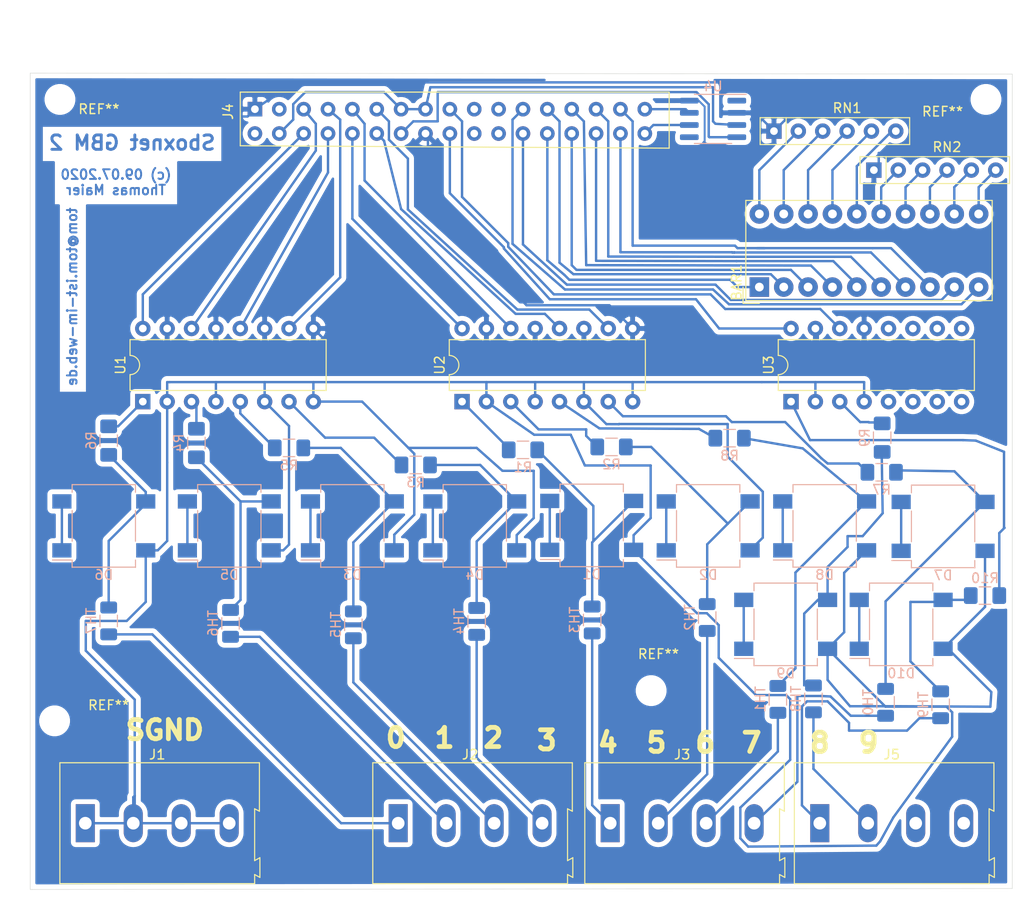
<source format=kicad_pcb>
(kicad_pcb (version 20171130) (host pcbnew 5.1.6-c6e7f7d~86~ubuntu18.04.1)
  (layers (0 F.Cu signal) (31 B.Cu signal) (34 B.Paste user) (35 F.Paste user) (36 B.SilkS user) (37 F.SilkS user) (38 B.Mask user) (39 F.Mask user) (44 Edge.Cuts user))
  (net 0 "")
  (net 1 "Net-(D1-Pad1)")
  (net 2 "Net-(D1-Pad3)")
  (net 3 SGND1)
  (net 4 "Net-(D2-Pad1)")
  (net 5 "Net-(D2-Pad3)")
  (net 6 "Net-(D3-Pad1)")
  (net 7 "Net-(D3-Pad3)")
  (net 8 "Net-(D4-Pad3)")
  (net 9 "Net-(D5-Pad1)")
  (net 10 "Net-(D5-Pad3)")
  (net 11 "Net-(D6-Pad1)")
  (net 12 "Net-(D6-Pad3)")
  (net 13 "Net-(D7-Pad1)")
  (net 14 "Net-(D7-Pad3)")
  (net 15 "Net-(D8-Pad1)")
  (net 16 "Net-(D8-Pad3)")
  (net 17 "Net-(D9-Pad1)")
  (net 18 "Net-(D9-Pad3)")
  (net 19 "Net-(D10-Pad1)")
  (net 20 "Net-(D10-Pad3)")
  (net 21 S2)
  (net 22 S3)
  (net 23 S1)
  (net 24 S0)
  (net 25 S6)
  (net 26 S7)
  (net 27 S5)
  (net 28 S4)
  (net 29 "Net-(J4-Pad22)")
  (net 30 "Net-(J4-Pad21)")
  (net 31 "Net-(J4-Pad20)")
  (net 32 "Net-(J4-Pad19)")
  (net 33 PC1)
  (net 34 PC0)
  (net 35 PA7)
  (net 36 PA6)
  (net 37 PA5)
  (net 38 PA4)
  (net 39 PA3)
  (net 40 PA2)
  (net 41 PA1)
  (net 42 PA0)
  (net 43 "Net-(J4-Pad4)")
  (net 44 GNDPWR)
  (net 45 "Net-(J4-Pad1)")
  (net 46 "Net-(R1-Pad1)")
  (net 47 "Net-(R2-Pad1)")
  (net 48 "Net-(R3-Pad1)")
  (net 49 "Net-(R4-Pad1)")
  (net 50 "Net-(R5-Pad1)")
  (net 51 "Net-(R6-Pad1)")
  (net 52 "Net-(R7-Pad1)")
  (net 53 "Net-(R8-Pad1)")
  (net 54 "Net-(R9-Pad1)")
  (net 55 "Net-(R10-Pad1)")
  (net 56 S9)
  (net 57 S8)
  (net 58 "Net-(J5-Pad3)")
  (net 59 "Net-(J5-Pad4)")
  (net 60 "Net-(BAR1-Pad20)")
  (net 61 "Net-(BAR1-Pad19)")
  (net 62 "Net-(BAR1-Pad18)")
  (net 63 "Net-(BAR1-Pad17)")
  (net 64 PD6)
  (net 65 PD7)
  (net 66 "Net-(BAR1-Pad11)")
  (net 67 "Net-(BAR1-Pad12)")
  (net 68 PD5)
  (net 69 PD4)
  (net 70 PD3)
  (net 71 PD2)
  (net 72 "Net-(BAR1-Pad16)")
  (net 73 "Net-(BAR1-Pad15)")
  (net 74 "Net-(BAR1-Pad14)")
  (net 75 "Net-(BAR1-Pad13)")
  (net 76 PD1)
  (net 77 PD0)
  (net 78 PC7)
  (net 79 PC6)
  (net 80 DCC_B)
  (net 81 DCC_A)
  (net 82 +3V3)
  (net 83 DCC_SENS)
  (net 84 "Net-(U4-Pad5)")
  (net 85 "Net-(U4-Pad1)")
  (net 86 "Net-(D4-Pad1)")
  (module Diode_SMD:Diode_Bridge_Diotec_SO-DIL-Slim (layer B.Cu) (at 96.577001 78.74)
    (fp_text reference D4 (at 0 5.1) (layer B.SilkS) (effects (justify mirror)))
    (fp_text value D_Bridge_+-AA)
    (pad 4 smd rect (at 4.37 2.55) (size 2 1.5) (layers B.Cu B.Paste B.Mask) (net 3 SGND1))
    (pad 3 smd rect (at 4.37 -2.55) (size 2 1.5) (layers B.Cu B.Paste B.Mask) (net 8 "Net-(D4-Pad3)"))
    (pad 2 smd rect (at -4.37 -2.55) (size 2 1.5) (layers B.Cu B.Paste B.Mask) (net 86 "Net-(D4-Pad1)"))
    (pad 1 smd rect (at -4.37 2.55) (size 2 1.5) (layers B.Cu B.Paste B.Mask) (net 86 "Net-(D4-Pad1)"))
  )
  (module Resistor_SMD:R_1206_3216Metric_Pad1.42x1.75mm_HandSolder (layer B.Cu) (at 58.42 69.85 270)
    (fp_text reference R6 (at 0 1.82 90) (layer B.SilkS) (effects (justify mirror)))
    (fp_text value 33)
    (pad 2 smd roundrect (at 1.4875 0 270) (size 1.425 1.75) (layers B.Cu B.Paste B.Mask) (roundrect_rratio 0.175439) (net 12 "Net-(D6-Pad3)"))
    (pad 1 smd roundrect (at -1.4875 0 270) (size 1.425 1.75) (layers B.Cu B.Paste B.Mask) (roundrect_rratio 0.175439) (net 51 "Net-(R6-Pad1)"))
  )
  (module Resistor_SMD:R_1206_3216Metric (layer B.Cu) (at 145.1356 97.3836 270)
    (fp_text reference TH9 (at 0 1.82 90) (layer B.SilkS) (effects (justify mirror)))
    (fp_text value Thermistor_PTC)
    (pad 2 smd roundrect (at 1.4 0 270) (size 1.25 1.75) (layers B.Cu B.Paste B.Mask) (roundrect_rratio 0.2) (net 57 S8))
    (pad 1 smd roundrect (at -1.4 0 270) (size 1.25 1.75) (layers B.Cu B.Paste B.Mask) (roundrect_rratio 0.2) (net 20 "Net-(D10-Pad3)"))
  )
  (module Resistor_SMD:R_1206_3216Metric (layer B.Cu) (at 131.8768 96.774 270)
    (fp_text reference TH8 (at 0 1.82 90) (layer B.SilkS) (effects (justify mirror)))
    (fp_text value Thermistor_PTC)
    (pad 2 smd roundrect (at 1.4 0 270) (size 1.25 1.75) (layers B.Cu B.Paste B.Mask) (roundrect_rratio 0.2) (net 56 S9))
    (pad 1 smd roundrect (at -1.4 0 270) (size 1.25 1.75) (layers B.Cu B.Paste B.Mask) (roundrect_rratio 0.2) (net 18 "Net-(D9-Pad3)"))
  )
  (module Resistor_SMD:R_1206_3216Metric (layer B.Cu) (at 58.42 88.646 270)
    (fp_text reference TH7 (at 0 1.82 270) (layer B.SilkS) (effects (justify mirror)))
    (fp_text value Thermistor_PTC)
    (pad 2 smd roundrect (at 1.4 0 270) (size 1.25 1.75) (layers B.Cu B.Paste B.Mask) (roundrect_rratio 0.2) (net 24 S0))
    (pad 1 smd roundrect (at -1.4 0 270) (size 1.25 1.75) (layers B.Cu B.Paste B.Mask) (roundrect_rratio 0.2) (net 12 "Net-(D6-Pad3)"))
  )
  (module Resistor_SMD:R_1206_3216Metric (layer B.Cu) (at 71.12 88.9 270)
    (fp_text reference TH6 (at 0 1.82 90) (layer B.SilkS) (effects (justify mirror)))
    (fp_text value Thermistor_PTC)
    (pad 2 smd roundrect (at 1.4 0 270) (size 1.25 1.75) (layers B.Cu B.Paste B.Mask) (roundrect_rratio 0.2) (net 23 S1))
    (pad 1 smd roundrect (at -1.4 0 270) (size 1.25 1.75) (layers B.Cu B.Paste B.Mask) (roundrect_rratio 0.2) (net 10 "Net-(D5-Pad3)"))
  )
  (module Resistor_SMD:R_1206_3216Metric (layer B.Cu) (at 83.9216 89.0524 270)
    (fp_text reference TH5 (at 0 1.82 90) (layer B.SilkS) (effects (justify mirror)))
    (fp_text value Thermistor_PTC)
    (pad 2 smd roundrect (at 1.4 0 270) (size 1.25 1.75) (layers B.Cu B.Paste B.Mask) (roundrect_rratio 0.2) (net 21 S2))
    (pad 1 smd roundrect (at -1.4 0 270) (size 1.25 1.75) (layers B.Cu B.Paste B.Mask) (roundrect_rratio 0.2) (net 7 "Net-(D3-Pad3)"))
  )
  (module Resistor_SMD:R_1206_3216Metric (layer B.Cu) (at 96.774 88.6968 270)
    (fp_text reference TH4 (at 0 1.82 270) (layer B.SilkS) (effects (justify mirror)))
    (fp_text value Thermistor_PTC)
    (pad 2 smd roundrect (at 1.4 0 270) (size 1.25 1.75) (layers B.Cu B.Paste B.Mask) (roundrect_rratio 0.2) (net 22 S3))
    (pad 1 smd roundrect (at -1.4 0 270) (size 1.25 1.75) (layers B.Cu B.Paste B.Mask) (roundrect_rratio 0.2) (net 8 "Net-(D4-Pad3)"))
  )
  (module Resistor_SMD:R_1206_3216Metric (layer B.Cu) (at 108.8136 88.5444 270)
    (fp_text reference TH3 (at 0 1.82 90) (layer B.SilkS) (effects (justify mirror)))
    (fp_text value Thermistor_PTC)
    (pad 2 smd roundrect (at 1.4 0 270) (size 1.25 1.75) (layers B.Cu B.Paste B.Mask) (roundrect_rratio 0.2) (net 28 S4))
    (pad 1 smd roundrect (at -1.4 0 270) (size 1.25 1.75) (layers B.Cu B.Paste B.Mask) (roundrect_rratio 0.2) (net 2 "Net-(D1-Pad3)"))
  )
  (module Resistor_SMD:R_1206_3216Metric (layer B.Cu) (at 120.8024 88.2904 270)
    (fp_text reference TH2 (at 0 1.82 270) (layer B.SilkS) (effects (justify mirror)))
    (fp_text value Thermistor_PTC)
    (pad 2 smd roundrect (at 1.4 0 270) (size 1.25 1.75) (layers B.Cu B.Paste B.Mask) (roundrect_rratio 0.2) (net 27 S5))
    (pad 1 smd roundrect (at -1.4 0 270) (size 1.25 1.75) (layers B.Cu B.Paste B.Mask) (roundrect_rratio 0.2) (net 5 "Net-(D2-Pad3)"))
  )
  (module Resistor_SMD:R_1206_3216Metric (layer B.Cu) (at 128.1684 96.8248 270)
    (fp_text reference TH1 (at 0 1.82 90) (layer B.SilkS) (effects (justify mirror)))
    (fp_text value Thermistor_PTC)
    (pad 2 smd roundrect (at 1.4 0 270) (size 1.25 1.75) (layers B.Cu B.Paste B.Mask) (roundrect_rratio 0.2) (net 25 S6))
    (pad 1 smd roundrect (at -1.4 0 270) (size 1.25 1.75) (layers B.Cu B.Paste B.Mask) (roundrect_rratio 0.2) (net 16 "Net-(D8-Pad3)"))
  )
  (module Resistor_SMD:R_1206_3216Metric (layer B.Cu) (at 139.3952 97.1296 270)
    (fp_text reference TH0 (at 0 1.82 90) (layer B.SilkS) (effects (justify mirror)))
    (fp_text value Thermistor_PTC)
    (pad 2 smd roundrect (at 1.4 0 270) (size 1.25 1.75) (layers B.Cu B.Paste B.Mask) (roundrect_rratio 0.2) (net 26 S7))
    (pad 1 smd roundrect (at -1.4 0 270) (size 1.25 1.75) (layers B.Cu B.Paste B.Mask) (roundrect_rratio 0.2) (net 14 "Net-(D7-Pad3)"))
  )
  (module Resistor_SMD:R_1206_3216Metric_Pad1.42x1.75mm_HandSolder (layer B.Cu) (at 149.7584 86.0044 180)
    (fp_text reference R10 (at 0 1.82) (layer B.SilkS) (effects (justify mirror)))
    (fp_text value 33)
    (pad 2 smd roundrect (at 1.4875 0 180) (size 1.425 1.75) (layers B.Cu B.Paste B.Mask) (roundrect_rratio 0.175439) (net 20 "Net-(D10-Pad3)"))
    (pad 1 smd roundrect (at -1.4875 0 180) (size 1.425 1.75) (layers B.Cu B.Paste B.Mask) (roundrect_rratio 0.175439) (net 55 "Net-(R10-Pad1)"))
  )
  (module Resistor_SMD:R_1206_3216Metric_Pad1.42x1.75mm_HandSolder (layer B.Cu) (at 139.0396 69.5452 270)
    (fp_text reference R9 (at 0 1.82 90) (layer B.SilkS) (effects (justify mirror)))
    (fp_text value 33)
    (pad 2 smd roundrect (at 1.4875 0 270) (size 1.425 1.75) (layers B.Cu B.Paste B.Mask) (roundrect_rratio 0.175439) (net 18 "Net-(D9-Pad3)"))
    (pad 1 smd roundrect (at -1.4875 0 270) (size 1.425 1.75) (layers B.Cu B.Paste B.Mask) (roundrect_rratio 0.175439) (net 54 "Net-(R9-Pad1)"))
  )
  (module Resistor_SMD:R_1206_3216Metric_Pad1.42x1.75mm_HandSolder (layer B.Cu) (at 123.1392 69.596)
    (fp_text reference R8 (at 0 1.82) (layer B.SilkS) (effects (justify mirror)))
    (fp_text value 33)
    (pad 2 smd roundrect (at 1.4875 0) (size 1.425 1.75) (layers B.Cu B.Paste B.Mask) (roundrect_rratio 0.175439) (net 16 "Net-(D8-Pad3)"))
    (pad 1 smd roundrect (at -1.4875 0) (size 1.425 1.75) (layers B.Cu B.Paste B.Mask) (roundrect_rratio 0.175439) (net 53 "Net-(R8-Pad1)"))
  )
  (module Resistor_SMD:R_1206_3216Metric_Pad1.42x1.75mm_HandSolder (layer B.Cu) (at 138.9888 73.152)
    (fp_text reference R7 (at 0 1.82) (layer B.SilkS) (effects (justify mirror)))
    (fp_text value 33)
    (pad 2 smd roundrect (at 1.4875 0) (size 1.425 1.75) (layers B.Cu B.Paste B.Mask) (roundrect_rratio 0.175439) (net 14 "Net-(D7-Pad3)"))
    (pad 1 smd roundrect (at -1.4875 0) (size 1.425 1.75) (layers B.Cu B.Paste B.Mask) (roundrect_rratio 0.175439) (net 52 "Net-(R7-Pad1)"))
  )
  (module Resistor_SMD:R_1206_3216Metric_Pad1.42x1.75mm_HandSolder (layer B.Cu) (at 77.216 70.612)
    (fp_text reference R5 (at 0 1.82) (layer B.SilkS) (effects (justify mirror)))
    (fp_text value 33)
    (pad 2 smd roundrect (at 1.4875 0) (size 1.425 1.75) (layers B.Cu B.Paste B.Mask) (roundrect_rratio 0.175439) (net 7 "Net-(D3-Pad3)"))
    (pad 1 smd roundrect (at -1.4875 0) (size 1.425 1.75) (layers B.Cu B.Paste B.Mask) (roundrect_rratio 0.175439) (net 50 "Net-(R5-Pad1)"))
  )
  (module Resistor_SMD:R_1206_3216Metric_Pad1.42x1.75mm_HandSolder (layer B.Cu) (at 67.564 70.104 270)
    (fp_text reference R4 (at 0 1.82 90) (layer B.SilkS) (effects (justify mirror)))
    (fp_text value 33)
    (pad 2 smd roundrect (at 1.4875 0 270) (size 1.425 1.75) (layers B.Cu B.Paste B.Mask) (roundrect_rratio 0.175439) (net 10 "Net-(D5-Pad3)"))
    (pad 1 smd roundrect (at -1.4875 0 270) (size 1.425 1.75) (layers B.Cu B.Paste B.Mask) (roundrect_rratio 0.175439) (net 49 "Net-(R4-Pad1)"))
  )
  (module Resistor_SMD:R_1206_3216Metric_Pad1.42x1.75mm_HandSolder (layer B.Cu) (at 90.424 72.39)
    (fp_text reference R3 (at 0 1.82) (layer B.SilkS) (effects (justify mirror)))
    (fp_text value 33)
    (pad 2 smd roundrect (at 1.4875 0) (size 1.425 1.75) (layers B.Cu B.Paste B.Mask) (roundrect_rratio 0.175439) (net 8 "Net-(D4-Pad3)"))
    (pad 1 smd roundrect (at -1.4875 0) (size 1.425 1.75) (layers B.Cu B.Paste B.Mask) (roundrect_rratio 0.175439) (net 48 "Net-(R3-Pad1)"))
  )
  (module Resistor_SMD:R_1206_3216Metric_Pad1.42x1.75mm_HandSolder (layer B.Cu) (at 110.8313 70.5104)
    (fp_text reference R2 (at 0 1.82) (layer B.SilkS) (effects (justify mirror)))
    (fp_text value 33)
    (pad 2 smd roundrect (at 1.4875 0) (size 1.425 1.75) (layers B.Cu B.Paste B.Mask) (roundrect_rratio 0.175439) (net 5 "Net-(D2-Pad3)"))
    (pad 1 smd roundrect (at -1.4875 0) (size 1.425 1.75) (layers B.Cu B.Paste B.Mask) (roundrect_rratio 0.175439) (net 47 "Net-(R2-Pad1)"))
  )
  (module Resistor_SMD:R_1206_3216Metric_Pad1.42x1.75mm_HandSolder (layer B.Cu) (at 101.6 70.8152)
    (fp_text reference R1 (at 0 1.82) (layer B.SilkS) (effects (justify mirror)))
    (fp_text value 33)
    (pad 2 smd roundrect (at 1.4875 0) (size 1.425 1.75) (layers B.Cu B.Paste B.Mask) (roundrect_rratio 0.175439) (net 2 "Net-(D1-Pad3)"))
    (pad 1 smd roundrect (at -1.4875 0) (size 1.425 1.75) (layers B.Cu B.Paste B.Mask) (roundrect_rratio 0.175439) (net 46 "Net-(R1-Pad1)"))
  )
  (module Diode_SMD:Diode_Bridge_Diotec_SO-DIL-Slim (layer B.Cu) (at 141.0208 89.0016)
    (fp_text reference D10 (at 0 5.1) (layer B.SilkS) (effects (justify mirror)))
    (fp_text value D_Bridge_+-AA)
    (pad 4 smd rect (at 4.37 2.55) (size 2 1.5) (layers B.Cu B.Paste B.Mask) (net 3 SGND1))
    (pad 3 smd rect (at 4.37 -2.55) (size 2 1.5) (layers B.Cu B.Paste B.Mask) (net 20 "Net-(D10-Pad3)"))
    (pad 2 smd rect (at -4.37 -2.55) (size 2 1.5) (layers B.Cu B.Paste B.Mask) (net 19 "Net-(D10-Pad1)"))
    (pad 1 smd rect (at -4.37 2.55) (size 2 1.5) (layers B.Cu B.Paste B.Mask) (net 19 "Net-(D10-Pad1)"))
  )
  (module Diode_SMD:Diode_Bridge_Diotec_SO-DIL-Slim (layer B.Cu) (at 128.9812 89.0016)
    (fp_text reference D9 (at 0 5.1) (layer B.SilkS) (effects (justify mirror)))
    (fp_text value D_Bridge_+-AA)
    (pad 4 smd rect (at 4.37 2.55) (size 2 1.5) (layers B.Cu B.Paste B.Mask) (net 3 SGND1))
    (pad 3 smd rect (at 4.37 -2.55) (size 2 1.5) (layers B.Cu B.Paste B.Mask) (net 18 "Net-(D9-Pad3)"))
    (pad 2 smd rect (at -4.37 -2.55) (size 2 1.5) (layers B.Cu B.Paste B.Mask) (net 17 "Net-(D9-Pad1)"))
    (pad 1 smd rect (at -4.37 2.55) (size 2 1.5) (layers B.Cu B.Paste B.Mask) (net 17 "Net-(D9-Pad1)"))
  )
  (module Diode_SMD:Diode_Bridge_Diotec_SO-DIL-Slim (layer B.Cu) (at 133.0452 78.74)
    (fp_text reference D8 (at 0 5.1) (layer B.SilkS) (effects (justify mirror)))
    (fp_text value D_Bridge_+-AA)
    (pad 4 smd rect (at 4.37 2.55) (size 2 1.5) (layers B.Cu B.Paste B.Mask) (net 3 SGND1))
    (pad 3 smd rect (at 4.37 -2.55) (size 2 1.5) (layers B.Cu B.Paste B.Mask) (net 16 "Net-(D8-Pad3)"))
    (pad 2 smd rect (at -4.37 -2.55) (size 2 1.5) (layers B.Cu B.Paste B.Mask) (net 15 "Net-(D8-Pad1)"))
    (pad 1 smd rect (at -4.37 2.55) (size 2 1.5) (layers B.Cu B.Paste B.Mask) (net 15 "Net-(D8-Pad1)"))
  )
  (module Diode_SMD:Diode_Bridge_Diotec_SO-DIL-Slim (layer B.Cu) (at 145.3896 78.7908)
    (fp_text reference D7 (at 0 5.1) (layer B.SilkS) (effects (justify mirror)))
    (fp_text value D_Bridge_+-AA)
    (pad 4 smd rect (at 4.37 2.55) (size 2 1.5) (layers B.Cu B.Paste B.Mask) (net 3 SGND1))
    (pad 3 smd rect (at 4.37 -2.55) (size 2 1.5) (layers B.Cu B.Paste B.Mask) (net 14 "Net-(D7-Pad3)"))
    (pad 2 smd rect (at -4.37 -2.55) (size 2 1.5) (layers B.Cu B.Paste B.Mask) (net 13 "Net-(D7-Pad1)"))
    (pad 1 smd rect (at -4.37 2.55) (size 2 1.5) (layers B.Cu B.Paste B.Mask) (net 13 "Net-(D7-Pad1)"))
  )
  (module Diode_SMD:Diode_Bridge_Diotec_SO-DIL-Slim (layer B.Cu) (at 57.912 78.74)
    (fp_text reference D6 (at 0 5.1) (layer B.SilkS) (effects (justify mirror)))
    (fp_text value D_Bridge_+-AA)
    (pad 4 smd rect (at 4.37 2.55) (size 2 1.5) (layers B.Cu B.Paste B.Mask) (net 3 SGND1))
    (pad 3 smd rect (at 4.37 -2.55) (size 2 1.5) (layers B.Cu B.Paste B.Mask) (net 12 "Net-(D6-Pad3)"))
    (pad 2 smd rect (at -4.37 -2.55) (size 2 1.5) (layers B.Cu B.Paste B.Mask) (net 11 "Net-(D6-Pad1)"))
    (pad 1 smd rect (at -4.37 2.55) (size 2 1.5) (layers B.Cu B.Paste B.Mask) (net 11 "Net-(D6-Pad1)"))
  )
  (module Diode_SMD:Diode_Bridge_Diotec_SO-DIL-Slim (layer B.Cu) (at 70.993 78.74)
    (fp_text reference D5 (at 0 5.1) (layer B.SilkS) (effects (justify mirror)))
    (fp_text value D_Bridge_+-AA)
    (pad 4 smd rect (at 4.37 2.55) (size 2 1.5) (layers B.Cu B.Paste B.Mask) (net 3 SGND1))
    (pad 3 smd rect (at 4.37 -2.55) (size 2 1.5) (layers B.Cu B.Paste B.Mask) (net 10 "Net-(D5-Pad3)"))
    (pad 2 smd rect (at -4.37 -2.55) (size 2 1.5) (layers B.Cu B.Paste B.Mask) (net 9 "Net-(D5-Pad1)"))
    (pad 1 smd rect (at -4.37 2.55) (size 2 1.5) (layers B.Cu B.Paste B.Mask) (net 9 "Net-(D5-Pad1)"))
  )
  (module Diode_SMD:Diode_Bridge_Diotec_SO-DIL-Slim (layer B.Cu) (at 83.82 78.74)
    (fp_text reference D3 (at 0 5.1) (layer B.SilkS) (effects (justify mirror)))
    (fp_text value D_Bridge_+-AA)
    (pad 4 smd rect (at 4.37 2.55) (size 2 1.5) (layers B.Cu B.Paste B.Mask) (net 3 SGND1))
    (pad 3 smd rect (at 4.37 -2.55) (size 2 1.5) (layers B.Cu B.Paste B.Mask) (net 7 "Net-(D3-Pad3)"))
    (pad 2 smd rect (at -4.37 -2.55) (size 2 1.5) (layers B.Cu B.Paste B.Mask) (net 6 "Net-(D3-Pad1)"))
    (pad 1 smd rect (at -4.37 2.55) (size 2 1.5) (layers B.Cu B.Paste B.Mask) (net 6 "Net-(D3-Pad1)"))
  )
  (module Diode_SMD:Diode_Bridge_Diotec_SO-DIL-Slim (layer B.Cu) (at 120.904 78.74)
    (fp_text reference D2 (at 0 5.1) (layer B.SilkS) (effects (justify mirror)))
    (fp_text value D_Bridge_+-AA)
    (pad 4 smd rect (at 4.37 2.55) (size 2 1.5) (layers B.Cu B.Paste B.Mask) (net 3 SGND1))
    (pad 3 smd rect (at 4.37 -2.55) (size 2 1.5) (layers B.Cu B.Paste B.Mask) (net 5 "Net-(D2-Pad3)"))
    (pad 2 smd rect (at -4.37 -2.55) (size 2 1.5) (layers B.Cu B.Paste B.Mask) (net 4 "Net-(D2-Pad1)"))
    (pad 1 smd rect (at -4.37 2.55) (size 2 1.5) (layers B.Cu B.Paste B.Mask) (net 4 "Net-(D2-Pad1)"))
  )
  (module Diode_SMD:Diode_Bridge_Diotec_SO-DIL-Slim (layer B.Cu) (at 108.7628 78.6892)
    (fp_text reference D1 (at 0 5.1) (layer B.SilkS) (effects (justify mirror)))
    (fp_text value D_Bridge_+-AA)
    (pad 4 smd rect (at 4.37 2.55) (size 2 1.5) (layers B.Cu B.Paste B.Mask) (net 3 SGND1))
    (pad 3 smd rect (at 4.37 -2.55) (size 2 1.5) (layers B.Cu B.Paste B.Mask) (net 2 "Net-(D1-Pad3)"))
    (pad 2 smd rect (at -4.37 -2.55) (size 2 1.5) (layers B.Cu B.Paste B.Mask) (net 1 "Net-(D1-Pad1)"))
    (pad 1 smd rect (at -4.37 2.55) (size 2 1.5) (layers B.Cu B.Paste B.Mask) (net 1 "Net-(D1-Pad1)"))
  )
  (module Package_SO:SOIC-8_3.9x4.9mm_P1.27mm (layer B.Cu) (at 121.412 36.322 180)
    (fp_text reference U4 (at 0 3.4 180) (layer B.SilkS) (effects (justify mirror)))
    (fp_text value SN65HVD230)
    (pad 8 smd roundrect (at 2.475 1.905 180) (size 1.95 0.6) (layers B.Cu B.Paste B.Mask) (net 44 GNDPWR))
    (pad 7 smd roundrect (at 2.475 0.635 180) (size 1.95 0.6) (layers B.Cu B.Paste B.Mask) (net 80 DCC_B))
    (pad 6 smd roundrect (at 2.475 -0.635 180) (size 1.95 0.6) (layers B.Cu B.Paste B.Mask) (net 81 DCC_A))
    (pad 5 smd roundrect (at 2.475 -1.905 180) (size 1.95 0.6) (layers B.Cu B.Paste B.Mask) (net 84 "Net-(U4-Pad5)"))
    (pad 4 smd roundrect (at -2.475 -1.905 180) (size 1.95 0.6) (layers B.Cu B.Paste B.Mask) (net 83 DCC_SENS))
    (pad 3 smd roundrect (at -2.475 -0.635 180) (size 1.95 0.6) (layers B.Cu B.Paste B.Mask) (net 82 +3V3))
    (pad 2 smd roundrect (at -2.475 0.635 180) (size 1.95 0.6) (layers B.Cu B.Paste B.Mask) (net 44 GNDPWR))
    (pad 1 smd roundrect (at -2.475 1.905 180) (size 1.95 0.6) (layers B.Cu B.Paste B.Mask) (net 85 "Net-(U4-Pad1)"))
  )
  (module Display:HDSP-4830 (layer F.Cu) (at 126.238 53.848 90)
    (fp_text reference BAR1 (at 0.47 -2.37 90) (layer F.SilkS))
    (fp_text value HDSP-4830_2)
    (pad 20 thru_hole circle (at 7.62 0) (size 2.032 2.032) (drill 0.9144) (layers *.Cu *.Mask) (net 60 "Net-(BAR1-Pad20)"))
    (pad 19 thru_hole circle (at 7.62 2.54) (size 2.032 2.032) (drill 0.9144) (layers *.Cu *.Mask) (net 61 "Net-(BAR1-Pad19)"))
    (pad 18 thru_hole circle (at 7.62 5.08) (size 2.032 2.032) (drill 0.9144) (layers *.Cu *.Mask) (net 62 "Net-(BAR1-Pad18)"))
    (pad 17 thru_hole circle (at 7.62 7.62) (size 2.032 2.032) (drill 0.9144) (layers *.Cu *.Mask) (net 63 "Net-(BAR1-Pad17)"))
    (pad 9 thru_hole circle (at 0 20.32) (size 2.032 2.032) (drill 0.9144) (layers *.Cu *.Mask) (net 79 PC6))
    (pad 10 thru_hole circle (at 0 22.86) (size 2.032 2.032) (drill 0.9144) (layers *.Cu *.Mask) (net 78 PC7))
    (pad 11 thru_hole circle (at 7.62 22.86) (size 2.032 2.032) (drill 0.9144) (layers *.Cu *.Mask) (net 66 "Net-(BAR1-Pad11)"))
    (pad 12 thru_hole circle (at 7.62 20.32) (size 2.032 2.032) (drill 0.9144) (layers *.Cu *.Mask) (net 67 "Net-(BAR1-Pad12)"))
    (pad 8 thru_hole circle (at 0 17.78) (size 2.032 2.032) (drill 0.9144) (layers *.Cu *.Mask) (net 65 PD7))
    (pad 7 thru_hole circle (at 0 15.24) (size 2.032 2.032) (drill 0.9144) (layers *.Cu *.Mask) (net 64 PD6))
    (pad 6 thru_hole circle (at 0 12.7) (size 2.032 2.032) (drill 0.9144) (layers *.Cu *.Mask) (net 68 PD5))
    (pad 5 thru_hole circle (at 0 10.16) (size 2.032 2.032) (drill 0.9144) (layers *.Cu *.Mask) (net 69 PD4))
    (pad 16 thru_hole circle (at 7.62 10.16) (size 2.032 2.032) (drill 0.9144) (layers *.Cu *.Mask) (net 72 "Net-(BAR1-Pad16)"))
    (pad 15 thru_hole circle (at 7.62 12.7) (size 2.032 2.032) (drill 0.9144) (layers *.Cu *.Mask) (net 73 "Net-(BAR1-Pad15)"))
    (pad 14 thru_hole circle (at 7.62 15.24) (size 2.032 2.032) (drill 0.9144) (layers *.Cu *.Mask) (net 74 "Net-(BAR1-Pad14)"))
    (pad 13 thru_hole circle (at 7.62 17.78) (size 2.032 2.032) (drill 0.9144) (layers *.Cu *.Mask) (net 75 "Net-(BAR1-Pad13)"))
    (pad 4 thru_hole circle (at 0 7.62) (size 2.032 2.032) (drill 0.9144) (layers *.Cu *.Mask) (net 70 PD3))
    (pad 3 thru_hole circle (at 0 5.08) (size 2.032 2.032) (drill 0.9144) (layers *.Cu *.Mask) (net 71 PD2))
    (pad 2 thru_hole circle (at 0 2.54) (size 2.032 2.032) (drill 0.9144) (layers *.Cu *.Mask) (net 76 PD1))
    (pad 1 thru_hole rect (at 0 0) (size 2.032 2.032) (drill 0.9144) (layers *.Cu *.Mask) (net 77 PD0))
  )
  (module Resistor_THT:R_Array_SIP6 (layer F.Cu) (at 138.176 41.656)
    (fp_text reference RN2 (at 7.62 -2.4) (layer F.SilkS))
    (fp_text value R_Network05)
    (pad 6 thru_hole oval (at 12.7 0) (size 1.6 1.6) (drill 0.8) (layers *.Cu *.Mask) (net 66 "Net-(BAR1-Pad11)"))
    (pad 5 thru_hole oval (at 10.16 0) (size 1.6 1.6) (drill 0.8) (layers *.Cu *.Mask) (net 67 "Net-(BAR1-Pad12)"))
    (pad 4 thru_hole oval (at 7.62 0) (size 1.6 1.6) (drill 0.8) (layers *.Cu *.Mask) (net 75 "Net-(BAR1-Pad13)"))
    (pad 3 thru_hole oval (at 5.08 0) (size 1.6 1.6) (drill 0.8) (layers *.Cu *.Mask) (net 74 "Net-(BAR1-Pad14)"))
    (pad 2 thru_hole oval (at 2.54 0) (size 1.6 1.6) (drill 0.8) (layers *.Cu *.Mask) (net 73 "Net-(BAR1-Pad15)"))
    (pad 1 thru_hole rect (at 0 0) (size 1.6 1.6) (drill 0.8) (layers *.Cu *.Mask) (net 44 GNDPWR))
  )
  (module Resistor_THT:R_Array_SIP6 (layer F.Cu) (at 127.762 37.592)
    (fp_text reference RN1 (at 7.62 -2.4) (layer F.SilkS))
    (fp_text value R_Network05)
    (pad 6 thru_hole oval (at 12.7 0) (size 1.6 1.6) (drill 0.8) (layers *.Cu *.Mask) (net 72 "Net-(BAR1-Pad16)"))
    (pad 5 thru_hole oval (at 10.16 0) (size 1.6 1.6) (drill 0.8) (layers *.Cu *.Mask) (net 63 "Net-(BAR1-Pad17)"))
    (pad 4 thru_hole oval (at 7.62 0) (size 1.6 1.6) (drill 0.8) (layers *.Cu *.Mask) (net 62 "Net-(BAR1-Pad18)"))
    (pad 3 thru_hole oval (at 5.08 0) (size 1.6 1.6) (drill 0.8) (layers *.Cu *.Mask) (net 61 "Net-(BAR1-Pad19)"))
    (pad 2 thru_hole oval (at 2.54 0) (size 1.6 1.6) (drill 0.8) (layers *.Cu *.Mask) (net 60 "Net-(BAR1-Pad20)"))
    (pad 1 thru_hole rect (at 0 0) (size 1.6 1.6) (drill 0.8) (layers *.Cu *.Mask) (net 44 GNDPWR))
  )
  (module sboxnet:sboxnet-stecker-2x17 (layer F.Cu) (at 71.12 37.846 90)
    (fp_text reference J4 (at 2.286 -0.254 90) (layer F.SilkS))
    (fp_text value sboxnet-stecker_02x17)
    (pad 34 thru_hole circle (at 2.54 43.18 90) (size 1.524 1.524) (drill 0.8) (layers *.Cu *.Mask) (net 80 DCC_B))
    (pad 32 thru_hole circle (at 2.54 40.64 90) (size 1.524 1.524) (drill 0.8) (layers *.Cu *.Mask) (net 65 PD7))
    (pad 30 thru_hole circle (at 2.54 38.1 90) (size 1.524 1.524) (drill 0.8) (layers *.Cu *.Mask) (net 68 PD5))
    (pad 28 thru_hole circle (at 2.54 35.56 90) (size 1.524 1.524) (drill 0.8) (layers *.Cu *.Mask) (net 70 PD3))
    (pad 26 thru_hole circle (at 2.54 33.02 90) (size 1.524 1.524) (drill 0.8) (layers *.Cu *.Mask) (net 76 PD1))
    (pad 24 thru_hole circle (at 2.54 30.48 90) (size 1.524 1.524) (drill 0.8) (layers *.Cu *.Mask) (net 78 PC7))
    (pad 22 thru_hole circle (at 2.54 27.94 90) (size 1.524 1.524) (drill 0.8) (layers *.Cu *.Mask) (net 29 "Net-(J4-Pad22)"))
    (pad 33 thru_hole circle (at 0 43.18 90) (size 1.524 1.524) (drill 0.8) (layers *.Cu *.Mask) (net 81 DCC_A))
    (pad 31 thru_hole circle (at 0 40.64 90) (size 1.524 1.524) (drill 0.8) (layers *.Cu *.Mask) (net 64 PD6))
    (pad 29 thru_hole circle (at 0 38.1 90) (size 1.524 1.524) (drill 0.8) (layers *.Cu *.Mask) (net 69 PD4))
    (pad 27 thru_hole circle (at 0 35.56 90) (size 1.524 1.524) (drill 0.8) (layers *.Cu *.Mask) (net 71 PD2))
    (pad 25 thru_hole circle (at 0 33.02 90) (size 1.524 1.524) (drill 0.8) (layers *.Cu *.Mask) (net 77 PD0))
    (pad 23 thru_hole circle (at 0 30.48 90) (size 1.524 1.524) (drill 0.8) (layers *.Cu *.Mask) (net 79 PC6))
    (pad 21 thru_hole circle (at 0 27.94 90) (size 1.524 1.524) (drill 0.8) (layers *.Cu *.Mask) (net 30 "Net-(J4-Pad21)"))
    (pad 20 thru_hole circle (at 2.54 25.4 90) (size 1.524 1.524) (drill 0.8) (layers *.Cu *.Mask) (net 31 "Net-(J4-Pad20)"))
    (pad 19 thru_hole circle (at 0 25.4 90) (size 1.524 1.524) (drill 0.8) (layers *.Cu *.Mask) (net 32 "Net-(J4-Pad19)"))
    (pad 18 thru_hole circle (at 2.54 22.86 90) (size 1.524 1.524) (drill 0.8) (layers *.Cu *.Mask) (net 33 PC1))
    (pad 17 thru_hole circle (at 0 22.86 90) (size 1.524 1.524) (drill 0.8) (layers *.Cu *.Mask) (net 34 PC0))
    (pad 16 thru_hole circle (at 2.54 20.32 90) (size 1.524 1.524) (drill 0.8) (layers *.Cu *.Mask) (net 82 +3V3))
    (pad 15 thru_hole circle (at 0 20.32 90) (size 1.524 1.524) (drill 0.8) (layers *.Cu *.Mask) (net 44 GNDPWR))
    (pad 14 thru_hole circle (at 2.54 17.78 90) (size 1.524 1.524) (drill 0.8) (layers *.Cu *.Mask) (net 82 +3V3))
    (pad 13 thru_hole circle (at 0 17.78 90) (size 1.524 1.524) (drill 0.8) (layers *.Cu *.Mask) (net 83 DCC_SENS))
    (pad 12 thru_hole circle (at 2.54 15.24 90) (size 1.524 1.524) (drill 0.8) (layers *.Cu *.Mask) (net 35 PA7))
    (pad 11 thru_hole circle (at 0 15.24 90) (size 1.524 1.524) (drill 0.8) (layers *.Cu *.Mask) (net 36 PA6))
    (pad 10 thru_hole circle (at 2.54 12.7 90) (size 1.524 1.524) (drill 0.8) (layers *.Cu *.Mask) (net 37 PA5))
    (pad 9 thru_hole circle (at 0 12.7 90) (size 1.524 1.524) (drill 0.8) (layers *.Cu *.Mask) (net 38 PA4))
    (pad 8 thru_hole circle (at 2.54 10.16 90) (size 1.524 1.524) (drill 0.8) (layers *.Cu *.Mask) (net 39 PA3))
    (pad 7 thru_hole circle (at 0 10.16 90) (size 1.524 1.524) (drill 0.8) (layers *.Cu *.Mask) (net 40 PA2))
    (pad 6 thru_hole circle (at 2.54 7.62 90) (size 1.524 1.524) (drill 0.8) (layers *.Cu *.Mask) (net 41 PA1))
    (pad 5 thru_hole circle (at 0 7.62 90) (size 1.524 1.524) (drill 0.8) (layers *.Cu *.Mask) (net 42 PA0))
    (pad 4 thru_hole circle (at 2.54 5.08 90) (size 1.524 1.524) (drill 0.8) (layers *.Cu *.Mask) (net 43 "Net-(J4-Pad4)"))
    (pad 3 thru_hole circle (at 0 5.08 90) (size 1.524 1.524) (drill 0.8) (layers *.Cu *.Mask) (net 82 +3V3))
    (pad 2 thru_hole rect (at 2.54 2.54 90) (size 1.524 1.524) (drill 0.8) (layers *.Cu *.Mask) (net 44 GNDPWR))
    (pad 1 thru_hole circle (at 0 2.54 90) (size 1.524 1.524) (drill 0.8) (layers *.Cu *.Mask) (net 45 "Net-(J4-Pad1)"))
  )
  (module Package_DIP:DIP-16_W7.62mm (layer F.Cu) (at 129.54 65.786 90)
    (fp_text reference U3 (at 3.81 -2.33 90) (layer F.SilkS))
    (fp_text value LTV-844)
    (pad 16 thru_hole oval (at 7.62 0 90) (size 1.6 1.6) (drill 0.8) (layers *.Cu *.Mask) (net 34 PC0))
    (pad 8 thru_hole oval (at 0 17.78 90) (size 1.6 1.6) (drill 0.8) (layers *.Cu *.Mask))
    (pad 15 thru_hole oval (at 7.62 2.54 90) (size 1.6 1.6) (drill 0.8) (layers *.Cu *.Mask) (net 44 GNDPWR))
    (pad 7 thru_hole oval (at 0 15.24 90) (size 1.6 1.6) (drill 0.8) (layers *.Cu *.Mask))
    (pad 14 thru_hole oval (at 7.62 5.08 90) (size 1.6 1.6) (drill 0.8) (layers *.Cu *.Mask) (net 33 PC1))
    (pad 6 thru_hole oval (at 0 12.7 90) (size 1.6 1.6) (drill 0.8) (layers *.Cu *.Mask))
    (pad 13 thru_hole oval (at 7.62 7.62 90) (size 1.6 1.6) (drill 0.8) (layers *.Cu *.Mask) (net 44 GNDPWR))
    (pad 5 thru_hole oval (at 0 10.16 90) (size 1.6 1.6) (drill 0.8) (layers *.Cu *.Mask))
    (pad 12 thru_hole oval (at 7.62 10.16 90) (size 1.6 1.6) (drill 0.8) (layers *.Cu *.Mask))
    (pad 4 thru_hole oval (at 0 7.62 90) (size 1.6 1.6) (drill 0.8) (layers *.Cu *.Mask) (net 3 SGND1))
    (pad 11 thru_hole oval (at 7.62 12.7 90) (size 1.6 1.6) (drill 0.8) (layers *.Cu *.Mask))
    (pad 3 thru_hole oval (at 0 5.08 90) (size 1.6 1.6) (drill 0.8) (layers *.Cu *.Mask) (net 54 "Net-(R9-Pad1)"))
    (pad 10 thru_hole oval (at 7.62 15.24 90) (size 1.6 1.6) (drill 0.8) (layers *.Cu *.Mask))
    (pad 2 thru_hole oval (at 0 2.54 90) (size 1.6 1.6) (drill 0.8) (layers *.Cu *.Mask) (net 3 SGND1))
    (pad 9 thru_hole oval (at 7.62 17.78 90) (size 1.6 1.6) (drill 0.8) (layers *.Cu *.Mask))
    (pad 1 thru_hole rect (at 0 0 90) (size 1.6 1.6) (drill 0.8) (layers *.Cu *.Mask) (net 55 "Net-(R10-Pad1)"))
  )
  (module sboxnet:MountingHole_2.2mm_M2 (layer F.Cu) (at 149.86 34.29)
    (fp_text reference REF** (at -4.5212 1.27) (layer F.SilkS))
    (fp_text value MountingHole_2.2mm_M2)
    (pad 1 np_thru_hole circle (at 0 0) (size 2.2 2.2) (drill 2.2) (layers *.Cu *.Mask))
  )
  (module sboxnet:MountingHole_2.2mm_M2 (layer F.Cu) (at 114.9604 95.9104)
    (fp_text reference REF** (at 0.762 -3.81) (layer F.SilkS))
    (fp_text value MountingHole_2.2mm_M2)
    (pad 1 np_thru_hole circle (at 0 0) (size 2.2 2.2) (drill 2.2) (layers *.Cu *.Mask))
  )
  (module sboxnet:MountingHole_2.2mm_M2 (layer F.Cu) (at 52.7812 99.06)
    (fp_text reference REF** (at 5.6388 -1.6256) (layer F.SilkS))
    (fp_text value MountingHole_2.2mm_M2)
    (pad 1 np_thru_hole circle (at 0 0) (size 2.2 2.2) (drill 2.2) (layers *.Cu *.Mask))
  )
  (module sboxnet:MountingHole_2.2mm_M2 (layer F.Cu) (at 53.34 34.29)
    (fp_text reference REF** (at 4.064 1.016) (layer F.SilkS))
    (fp_text value MountingHole_2.2mm_M2)
    (pad 1 np_thru_hole circle (at 0 0) (size 2.2 2.2) (drill 2.2) (layers *.Cu *.Mask))
  )
  (module TerminalBlock:TerminalBlock_Altech_AK300-4_P5.00mm (layer F.Cu) (at 132.5372 109.728)
    (fp_text reference J5 (at 7.5 -7.15) (layer F.SilkS))
    (fp_text value Screw_Terminal_01x04)
    (pad 3 thru_hole oval (at 10 0) (size 1.98 3.96) (drill 1.32) (layers *.Cu *.Mask) (net 58 "Net-(J5-Pad3)"))
    (pad 4 thru_hole oval (at 15 0) (size 1.98 3.96) (drill 1.32) (layers *.Cu *.Mask) (net 59 "Net-(J5-Pad4)"))
    (pad 2 thru_hole oval (at 5 0) (size 1.98 3.96) (drill 1.32) (layers *.Cu *.Mask) (net 56 S9))
    (pad 1 thru_hole rect (at 0 0) (size 1.98 3.96) (drill 1.32) (layers *.Cu *.Mask) (net 57 S8))
  )
  (module Package_DIP:DIP-16_W7.62mm (layer F.Cu) (at 95.25 65.786 90)
    (fp_text reference U2 (at 3.81 -2.33 90) (layer F.SilkS))
    (fp_text value LTV-844)
    (pad 16 thru_hole oval (at 7.62 0 90) (size 1.6 1.6) (drill 0.8) (layers *.Cu *.Mask) (net 38 PA4))
    (pad 8 thru_hole oval (at 0 17.78 90) (size 1.6 1.6) (drill 0.8) (layers *.Cu *.Mask) (net 3 SGND1))
    (pad 15 thru_hole oval (at 7.62 2.54 90) (size 1.6 1.6) (drill 0.8) (layers *.Cu *.Mask) (net 44 GNDPWR))
    (pad 7 thru_hole oval (at 0 15.24 90) (size 1.6 1.6) (drill 0.8) (layers *.Cu *.Mask) (net 52 "Net-(R7-Pad1)"))
    (pad 14 thru_hole oval (at 7.62 5.08 90) (size 1.6 1.6) (drill 0.8) (layers *.Cu *.Mask) (net 37 PA5))
    (pad 6 thru_hole oval (at 0 12.7 90) (size 1.6 1.6) (drill 0.8) (layers *.Cu *.Mask) (net 3 SGND1))
    (pad 13 thru_hole oval (at 7.62 7.62 90) (size 1.6 1.6) (drill 0.8) (layers *.Cu *.Mask) (net 44 GNDPWR))
    (pad 5 thru_hole oval (at 0 10.16 90) (size 1.6 1.6) (drill 0.8) (layers *.Cu *.Mask) (net 53 "Net-(R8-Pad1)"))
    (pad 12 thru_hole oval (at 7.62 10.16 90) (size 1.6 1.6) (drill 0.8) (layers *.Cu *.Mask) (net 36 PA6))
    (pad 4 thru_hole oval (at 0 7.62 90) (size 1.6 1.6) (drill 0.8) (layers *.Cu *.Mask) (net 3 SGND1))
    (pad 11 thru_hole oval (at 7.62 12.7 90) (size 1.6 1.6) (drill 0.8) (layers *.Cu *.Mask) (net 44 GNDPWR))
    (pad 3 thru_hole oval (at 0 5.08 90) (size 1.6 1.6) (drill 0.8) (layers *.Cu *.Mask) (net 47 "Net-(R2-Pad1)"))
    (pad 10 thru_hole oval (at 7.62 15.24 90) (size 1.6 1.6) (drill 0.8) (layers *.Cu *.Mask) (net 35 PA7))
    (pad 2 thru_hole oval (at 0 2.54 90) (size 1.6 1.6) (drill 0.8) (layers *.Cu *.Mask) (net 3 SGND1))
    (pad 9 thru_hole oval (at 7.62 17.78 90) (size 1.6 1.6) (drill 0.8) (layers *.Cu *.Mask) (net 44 GNDPWR))
    (pad 1 thru_hole rect (at 0 0 90) (size 1.6 1.6) (drill 0.8) (layers *.Cu *.Mask) (net 46 "Net-(R1-Pad1)"))
  )
  (module Package_DIP:DIP-16_W7.62mm (layer F.Cu) (at 61.976 65.786 90)
    (fp_text reference U1 (at 3.81 -2.33 90) (layer F.SilkS))
    (fp_text value LTV-844)
    (pad 16 thru_hole oval (at 7.62 0 90) (size 1.6 1.6) (drill 0.8) (layers *.Cu *.Mask) (net 42 PA0))
    (pad 8 thru_hole oval (at 0 17.78 90) (size 1.6 1.6) (drill 0.8) (layers *.Cu *.Mask) (net 3 SGND1))
    (pad 15 thru_hole oval (at 7.62 2.54 90) (size 1.6 1.6) (drill 0.8) (layers *.Cu *.Mask) (net 44 GNDPWR))
    (pad 7 thru_hole oval (at 0 15.24 90) (size 1.6 1.6) (drill 0.8) (layers *.Cu *.Mask) (net 48 "Net-(R3-Pad1)"))
    (pad 14 thru_hole oval (at 7.62 5.08 90) (size 1.6 1.6) (drill 0.8) (layers *.Cu *.Mask) (net 41 PA1))
    (pad 6 thru_hole oval (at 0 12.7 90) (size 1.6 1.6) (drill 0.8) (layers *.Cu *.Mask) (net 3 SGND1))
    (pad 13 thru_hole oval (at 7.62 7.62 90) (size 1.6 1.6) (drill 0.8) (layers *.Cu *.Mask) (net 44 GNDPWR))
    (pad 5 thru_hole oval (at 0 10.16 90) (size 1.6 1.6) (drill 0.8) (layers *.Cu *.Mask) (net 50 "Net-(R5-Pad1)"))
    (pad 12 thru_hole oval (at 7.62 10.16 90) (size 1.6 1.6) (drill 0.8) (layers *.Cu *.Mask) (net 40 PA2))
    (pad 4 thru_hole oval (at 0 7.62 90) (size 1.6 1.6) (drill 0.8) (layers *.Cu *.Mask) (net 3 SGND1))
    (pad 11 thru_hole oval (at 7.62 12.7 90) (size 1.6 1.6) (drill 0.8) (layers *.Cu *.Mask) (net 44 GNDPWR))
    (pad 3 thru_hole oval (at 0 5.08 90) (size 1.6 1.6) (drill 0.8) (layers *.Cu *.Mask) (net 49 "Net-(R4-Pad1)"))
    (pad 10 thru_hole oval (at 7.62 15.24 90) (size 1.6 1.6) (drill 0.8) (layers *.Cu *.Mask) (net 39 PA3))
    (pad 2 thru_hole oval (at 0 2.54 90) (size 1.6 1.6) (drill 0.8) (layers *.Cu *.Mask) (net 3 SGND1))
    (pad 9 thru_hole oval (at 7.62 17.78 90) (size 1.6 1.6) (drill 0.8) (layers *.Cu *.Mask) (net 44 GNDPWR))
    (pad 1 thru_hole rect (at 0 0 90) (size 1.6 1.6) (drill 0.8) (layers *.Cu *.Mask) (net 51 "Net-(R6-Pad1)"))
  )
  (module TerminalBlock:TerminalBlock_Altech_AK300-4_P5.00mm (layer F.Cu) (at 110.6932 109.728)
    (fp_text reference J3 (at 7.5 -7.15) (layer F.SilkS))
    (fp_text value Screw_Terminal_01x04)
    (pad 3 thru_hole oval (at 10 0) (size 1.98 3.96) (drill 1.32) (layers *.Cu *.Mask) (net 25 S6))
    (pad 4 thru_hole oval (at 15 0) (size 1.98 3.96) (drill 1.32) (layers *.Cu *.Mask) (net 26 S7))
    (pad 2 thru_hole oval (at 5 0) (size 1.98 3.96) (drill 1.32) (layers *.Cu *.Mask) (net 27 S5))
    (pad 1 thru_hole rect (at 0 0) (size 1.98 3.96) (drill 1.32) (layers *.Cu *.Mask) (net 28 S4))
  )
  (module TerminalBlock:TerminalBlock_Altech_AK300-4_P5.00mm (layer F.Cu) (at 88.5952 109.728)
    (fp_text reference J2 (at 7.5 -7.15) (layer F.SilkS))
    (fp_text value Screw_Terminal_01x04)
    (pad 3 thru_hole oval (at 10 0) (size 1.98 3.96) (drill 1.32) (layers *.Cu *.Mask) (net 21 S2))
    (pad 4 thru_hole oval (at 15 0) (size 1.98 3.96) (drill 1.32) (layers *.Cu *.Mask) (net 22 S3))
    (pad 2 thru_hole oval (at 5 0) (size 1.98 3.96) (drill 1.32) (layers *.Cu *.Mask) (net 23 S1))
    (pad 1 thru_hole rect (at 0 0) (size 1.98 3.96) (drill 1.32) (layers *.Cu *.Mask) (net 24 S0))
  )
  (module TerminalBlock:TerminalBlock_Altech_AK300-4_P5.00mm (layer F.Cu) (at 55.9816 109.728)
    (fp_text reference J1 (at 7.5 -7.15) (layer F.SilkS))
    (fp_text value Screw_Terminal_01x04)
    (pad 3 thru_hole oval (at 10 0) (size 1.98 3.96) (drill 1.32) (layers *.Cu *.Mask) (net 3 SGND1))
    (pad 4 thru_hole oval (at 15 0) (size 1.98 3.96) (drill 1.32) (layers *.Cu *.Mask) (net 3 SGND1))
    (pad 2 thru_hole oval (at 5 0) (size 1.98 3.96) (drill 1.32) (layers *.Cu *.Mask) (net 3 SGND1))
    (pad 1 thru_hole rect (at 0 0) (size 1.98 3.96) (drill 1.32) (layers *.Cu *.Mask) (net 3 SGND1))
  )
  (gr_line (start 50.2412 116.6368) (end 50.4444 116.6368) (layer Edge.Cuts) (width 0.05))
  (gr_line (start 50.2412 31.5468) (end 50.2412 116.6368) (layer Edge.Cuts) (width 0.05))
  (gr_line (start 152.6032 116.5352) (end 50.4444 116.6368) (layer Edge.Cuts) (width 0.05))
  (gr_line (start 152.6032 97.536) (end 152.6032 116.5352) (layer Edge.Cuts) (width 0.05))
  (gr_line (start 152.6032 31.6484) (end 152.6032 97.536) (layer Edge.Cuts) (width 0.05))
  (gr_line (start 50.2412 31.5468) (end 152.6032 31.6484) (layer Edge.Cuts) (width 0.05))
  (gr_text tom@tom.ist-im-web.de (at 54.61 54.864 90) (layer B.Cu) (effects (font (size 1 1) (thickness 0.2)) (justify mirror)))
  (gr_text "(c) 09.07.2020\nThomas Maier\n" (at 59.182 42.926) (layer B.Cu) (effects (font (size 1 1) (thickness 0.2)) (justify mirror)))
  (gr_text "Sboxnet GBM 2" (at 60.8584 38.8112) (layer B.Cu) (effects (font (size 1.5 1.5) (thickness 0.3)) (justify mirror)))
  (gr_text SGND (at 64.262 100.0252) (layer F.SilkS) (effects (font (size 2 2) (thickness 0.5))))
  (gr_text 9 (at 137.6172 101.346) (layer F.SilkS) (effects (font (size 2 2) (thickness 0.5))))
  (gr_text 8 (at 132.5372 101.346) (layer F.SilkS) (effects (font (size 2 2) (thickness 0.5))))
  (gr_text 7 (at 125.4252 101.346) (layer F.SilkS) (effects (font (size 2 2) (thickness 0.5))))
  (gr_text 6 (at 120.5992 101.346) (layer F.SilkS) (effects (font (size 2 2) (thickness 0.5))))
  (gr_text 5 (at 115.5192 101.346) (layer F.SilkS) (effects (font (size 2 2) (thickness 0.5))))
  (gr_text 4 (at 110.4392 101.346) (layer F.SilkS) (effects (font (size 2 2) (thickness 0.5))))
  (gr_text 3 (at 104.0892 101.092) (layer F.SilkS) (effects (font (size 2 2) (thickness 0.5))))
  (gr_text 2 (at 98.5012 100.838) (layer F.SilkS) (effects (font (size 2 2) (thickness 0.5))))
  (gr_text 1 (at 93.4212 100.838) (layer F.SilkS) (effects (font (size 2 2) (thickness 0.5))))
  (gr_text 0 (at 88.3412 100.838) (layer F.SilkS) (effects (font (size 2 2) (thickness 0.5))))
  (segment (start 104.3928 81.2392) (end 104.3928 76.1392) (width 0.25) (layer B.Cu) (net 1))
  (segment (start 108.8136 87.1444) (end 108.8136 80.4584) (width 0.25) (layer B.Cu) (net 2))
  (segment (start 108.9362 76.6639) (end 108.9362 80.3358) (width 0.25) (layer B.Cu) (net 2))
  (segment (start 103.0875 70.8152) (end 108.9362 76.6639) (width 0.25) (layer B.Cu) (net 2))
  (segment (start 108.8136 80.4584) (end 108.9362 80.3358) (width 0.25) (layer B.Cu) (net 2))
  (segment (start 108.9362 80.3358) (end 113.1328 76.1392) (width 0.25) (layer B.Cu) (net 2))
  (segment (start 132.08 65.786) (end 132.08 63.754) (width 0.25) (layer B.Cu) (net 3))
  (segment (start 132.08 63.754) (end 137.16 63.754) (width 0.25) (layer B.Cu) (net 3))
  (segment (start 137.16 63.754) (end 137.16 65.786) (width 0.25) (layer B.Cu) (net 3))
  (segment (start 113.03 63.754) (end 113.03 65.786) (width 0.25) (layer B.Cu) (net 3))
  (segment (start 107.95 65.786) (end 107.95 63.754) (width 0.25) (layer B.Cu) (net 3))
  (segment (start 107.95 63.754) (end 113.03 63.754) (width 0.25) (layer B.Cu) (net 3))
  (segment (start 102.87 65.786) (end 102.87 63.754) (width 0.25) (layer B.Cu) (net 3))
  (segment (start 102.87 63.754) (end 107.95 63.754) (width 0.25) (layer B.Cu) (net 3))
  (segment (start 97.79 65.786) (end 97.79 63.754) (width 0.25) (layer B.Cu) (net 3))
  (segment (start 97.79 63.754) (end 102.87 63.754) (width 0.25) (layer B.Cu) (net 3))
  (segment (start 97.79 63.754) (end 79.756 63.754) (width 0.25) (layer B.Cu) (net 3))
  (segment (start 79.756 63.754) (end 79.756 65.786) (width 0.25) (layer B.Cu) (net 3))
  (segment (start 74.676 65.786) (end 74.676 63.754) (width 0.25) (layer B.Cu) (net 3))
  (segment (start 74.676 63.754) (end 79.756 63.754) (width 0.25) (layer B.Cu) (net 3))
  (segment (start 69.596 63.754) (end 74.676 63.754) (width 0.25) (layer B.Cu) (net 3))
  (segment (start 69.596 65.786) (end 69.596 63.754) (width 0.25) (layer B.Cu) (net 3))
  (segment (start 64.516 63.754) (end 64.516 65.786) (width 0.25) (layer B.Cu) (net 3))
  (segment (start 64.77 63.754) (end 64.516 63.754) (width 0.25) (layer B.Cu) (net 3))
  (segment (start 69.596 63.754) (end 64.77 63.754) (width 0.25) (layer B.Cu) (net 3))
  (segment (start 132.08 63.754) (end 126.492 63.754) (width 0.25) (layer B.Cu) (net 3))
  (segment (start 126.492 63.754) (end 113.03 63.754) (width 0.25) (layer B.Cu) (net 3))
  (segment (start 63.532 81.29) (end 64.516 80.306) (width 0.25) (layer B.Cu) (net 3))
  (segment (start 62.282 81.29) (end 63.532 81.29) (width 0.25) (layer B.Cu) (net 3))
  (segment (start 64.516 80.306) (end 64.516 72.136) (width 0.25) (layer B.Cu) (net 3))
  (segment (start 64.516 72.136) (end 64.516 65.786) (width 0.25) (layer B.Cu) (net 3))
  (segment (start 76.613 81.29) (end 77.216 80.687) (width 0.25) (layer B.Cu) (net 3))
  (segment (start 75.363 81.29) (end 76.613 81.29) (width 0.25) (layer B.Cu) (net 3))
  (segment (start 77.216 68.326) (end 74.676 65.786) (width 0.25) (layer B.Cu) (net 3))
  (segment (start 77.216 80.687) (end 77.216 68.326) (width 0.25) (layer B.Cu) (net 3))
  (segment (start 90.2716 77.5716) (end 90.2716 71.2216) (width 0.25) (layer B.Cu) (net 3))
  (segment (start 84.836 65.786) (end 79.756 65.786) (width 0.25) (layer B.Cu) (net 3))
  (segment (start 88.19 81.29) (end 88.19 79.6532) (width 0.25) (layer B.Cu) (net 3))
  (segment (start 88.19 79.6532) (end 90.2716 77.5716) (width 0.25) (layer B.Cu) (net 3))
  (segment (start 89.662 70.612) (end 84.836 65.786) (width 0.25) (layer B.Cu) (net 3))
  (segment (start 90.2716 71.2216) (end 89.662 70.612) (width 0.25) (layer B.Cu) (net 3))
  (segment (start 96.774 70.612) (end 96.1644 70.612) (width 0.25) (layer B.Cu) (net 3))
  (segment (start 100.947001 79.697799) (end 102.7176 77.9272) (width 0.25) (layer B.Cu) (net 3))
  (segment (start 96.1644 70.612) (end 89.662 70.612) (width 0.25) (layer B.Cu) (net 3))
  (segment (start 99.4664 72.9996) (end 96.774 70.612) (width 0.25) (layer B.Cu) (net 3))
  (segment (start 100.947001 81.29) (end 100.947001 79.697799) (width 0.25) (layer B.Cu) (net 3))
  (segment (start 102.7176 77.9272) (end 102.7176 72.9996) (width 0.25) (layer B.Cu) (net 3))
  (segment (start 102.7176 72.9996) (end 99.4664 72.9996) (width 0.25) (layer B.Cu) (net 3))
  (segment (start 102.7684 69.2404) (end 97.79 65.786) (width 0.25) (layer B.Cu) (net 3))
  (segment (start 106.5784 69.2404) (end 102.7684 69.2404) (width 0.25) (layer B.Cu) (net 3))
  (segment (start 113.1328 79.704) (end 114.9096 77.9272) (width 0.25) (layer B.Cu) (net 3))
  (segment (start 114.9096 77.9272) (end 114.9096 72.4408) (width 0.25) (layer B.Cu) (net 3))
  (segment (start 113.1328 81.2392) (end 113.1328 79.704) (width 0.25) (layer B.Cu) (net 3))
  (segment (start 114.9096 72.4408) (end 108.0516 72.4408) (width 0.25) (layer B.Cu) (net 3))
  (segment (start 108.0516 72.4408) (end 106.5784 69.2404) (width 0.25) (layer B.Cu) (net 3))
  (segment (start 126.599001 75.179999) (end 122.936 71.516998) (width 0.25) (layer B.Cu) (net 3))
  (segment (start 125.274 81.29) (end 126.599001 79.964999) (width 0.25) (layer B.Cu) (net 3))
  (segment (start 126.599001 79.964999) (end 126.599001 75.179999) (width 0.25) (layer B.Cu) (net 3))
  (segment (start 122.936 71.516998) (end 122.936 68.1228) (width 0.25) (layer B.Cu) (net 3))
  (segment (start 111.6076 68.1228) (end 111.590537 68.139862) (width 0.25) (layer B.Cu) (net 3))
  (segment (start 122.936 68.1228) (end 111.6076 68.1228) (width 0.25) (layer B.Cu) (net 3))
  (segment (start 110.297524 68.133524) (end 107.95 65.786) (width 0.25) (layer B.Cu) (net 3))
  (segment (start 111.590537 68.139862) (end 110.297524 68.133524) (width 0.25) (layer B.Cu) (net 3))
  (segment (start 149.7596 87.1828) (end 145.3908 91.5516) (width 0.25) (layer B.Cu) (net 3))
  (segment (start 149.7596 81.3408) (end 149.7596 87.1828) (width 0.25) (layer B.Cu) (net 3))
  (segment (start 137.4152 81.29) (end 135.0772 83.628) (width 0.25) (layer B.Cu) (net 3))
  (segment (start 135.0772 89.8256) (end 133.3512 91.5516) (width 0.25) (layer B.Cu) (net 3))
  (segment (start 135.0772 83.628) (end 135.0772 89.8256) (width 0.25) (layer B.Cu) (net 3))
  (segment (start 62.282 86.6636) (end 62.282 81.29) (width 0.25) (layer B.Cu) (net 3))
  (segment (start 61.134 96.8464) (end 56.0324 91.7448) (width 0.25) (layer B.Cu) (net 3))
  (segment (start 56.0324 88.646) (end 60.2996 88.646) (width 0.25) (layer B.Cu) (net 3))
  (segment (start 56.0324 91.7448) (end 56.0324 88.646) (width 0.25) (layer B.Cu) (net 3))
  (segment (start 60.2996 88.646) (end 62.282 86.6636) (width 0.25) (layer B.Cu) (net 3))
  (segment (start 55.9816 109.728) (end 60.9816 109.728) (width 0.25) (layer B.Cu) (net 3))
  (segment (start 60.9816 109.728) (end 65.9816 109.728) (width 0.25) (layer B.Cu) (net 3))
  (segment (start 65.9816 109.728) (end 70.9816 109.728) (width 0.25) (layer B.Cu) (net 3))
  (segment (start 60.9816 107.014) (end 61.134 106.8616) (width 0.25) (layer B.Cu) (net 3))
  (segment (start 61.134 109.0676) (end 61.134 106.8616) (width 0.25) (layer B.Cu) (net 3))
  (segment (start 60.9816 109.728) (end 60.9816 107.014) (width 0.25) (layer B.Cu) (net 3))
  (segment (start 61.134 106.8616) (end 61.134 96.8464) (width 0.25) (layer B.Cu) (net 3))
  (segment (start 150.4188 96.0628) (end 145.9076 91.5516) (width 0.25) (layer B.Cu) (net 3))
  (segment (start 150.3172 97.5868) (end 150.4188 96.0628) (width 0.25) (layer B.Cu) (net 3))
  (segment (start 133.3512 91.5516) (end 133.3512 94.794) (width 0.25) (layer B.Cu) (net 3))
  (segment (start 145.9076 91.5516) (end 145.3908 91.5516) (width 0.25) (layer B.Cu) (net 3))
  (segment (start 135.6868 97.536) (end 140.5636 97.536) (width 0.25) (layer B.Cu) (net 3))
  (segment (start 133.3512 94.794) (end 135.6868 97.536) (width 0.25) (layer B.Cu) (net 3))
  (segment (start 140.5636 97.536) (end 150.3172 97.5868) (width 0.25) (layer B.Cu) (net 3))
  (segment (start 119.73401 87.84041) (end 113.1328 81.2392) (width 0.25) (layer B.Cu) (net 3))
  (segment (start 120.7656 87.84041) (end 119.73401 87.84041) (width 0.25) (layer B.Cu) (net 3))
  (segment (start 125.88961 96.37481) (end 122.00241 92.48761) (width 0.25) (layer B.Cu) (net 3))
  (segment (start 129.03158 96.37481) (end 125.88961 96.37481) (width 0.25) (layer B.Cu) (net 3))
  (segment (start 129.451819 96.795049) (end 129.03158 96.37481) (width 0.25) (layer B.Cu) (net 3))
  (segment (start 129.451819 103.119677) (end 129.451819 96.795049) (width 0.25) (layer B.Cu) (net 3))
  (segment (start 146.33561 100.709906) (end 140.208 109.1184) (width 0.25) (layer B.Cu) (net 3))
  (segment (start 122.00241 92.48761) (end 122.00241 89.07722) (width 0.25) (layer B.Cu) (net 3))
  (segment (start 138.8364 111.6076) (end 138.43 112.0648) (width 0.25) (layer B.Cu) (net 3))
  (segment (start 125.0696 112.1664) (end 124.2568 111.3028) (width 0.25) (layer B.Cu) (net 3))
  (segment (start 146.33561 98.17042) (end 146.33561 100.709906) (width 0.25) (layer B.Cu) (net 3))
  (segment (start 122.00241 89.07722) (end 120.7656 87.84041) (width 0.25) (layer B.Cu) (net 3))
  (segment (start 139.37919 97.57959) (end 145.74478 97.57959) (width 0.25) (layer B.Cu) (net 3))
  (segment (start 145.74478 97.57959) (end 146.33561 98.17042) (width 0.25) (layer B.Cu) (net 3))
  (segment (start 133.3512 91.5516) (end 139.37919 97.57959) (width 0.25) (layer B.Cu) (net 3))
  (segment (start 140.208 109.1184) (end 138.8364 111.6076) (width 0.25) (layer B.Cu) (net 3))
  (segment (start 138.43 112.0648) (end 125.0696 112.1664) (width 0.25) (layer B.Cu) (net 3))
  (segment (start 124.2568 111.3028) (end 124.2568 108.1024) (width 0.25) (layer B.Cu) (net 3))
  (segment (start 124.2568 108.1024) (end 129.451819 103.119677) (width 0.25) (layer B.Cu) (net 3))
  (segment (start 116.534 81.29) (end 116.534 76.19) (width 0.25) (layer B.Cu) (net 4))
  (segment (start 120.8024 86.8904) (end 120.8024 80.6616) (width 0.25) (layer B.Cu) (net 5))
  (segment (start 112.3188 70.5104) (end 114.9604 70.5104) (width 0.25) (layer B.Cu) (net 5))
  (segment (start 120.8024 80.6616) (end 122.957 78.507) (width 0.25) (layer B.Cu) (net 5))
  (segment (start 114.9604 70.5104) (end 122.957 78.507) (width 0.25) (layer B.Cu) (net 5))
  (segment (start 122.957 78.507) (end 125.274 76.19) (width 0.25) (layer B.Cu) (net 5))
  (segment (start 79.45 76.19) (end 79.45 81.29) (width 0.25) (layer B.Cu) (net 6))
  (segment (start 82.612 70.612) (end 88.19 76.19) (width 0.25) (layer B.Cu) (net 7))
  (segment (start 78.7035 70.612) (end 82.612 70.612) (width 0.25) (layer B.Cu) (net 7))
  (segment (start 83.9216 80.4584) (end 88.19 76.19) (width 0.25) (layer B.Cu) (net 7))
  (segment (start 83.9216 87.6524) (end 83.9216 80.4584) (width 0.25) (layer B.Cu) (net 7))
  (segment (start 97.147001 72.39) (end 100.947001 76.19) (width 0.25) (layer B.Cu) (net 8))
  (segment (start 91.9115 72.39) (end 97.147001 72.39) (width 0.25) (layer B.Cu) (net 8))
  (segment (start 96.774 80.363001) (end 100.947001 76.19) (width 0.25) (layer B.Cu) (net 8))
  (segment (start 96.774 87.2968) (end 96.774 80.363001) (width 0.25) (layer B.Cu) (net 8))
  (segment (start 66.623 81.29) (end 66.623 76.19) (width 0.25) (layer B.Cu) (net 9))
  (segment (start 72.1625 76.19) (end 75.363 76.19) (width 0.25) (layer B.Cu) (net 10))
  (segment (start 67.564 71.5915) (end 72.1625 76.19) (width 0.25) (layer B.Cu) (net 10))
  (segment (start 72.1625 86.4575) (end 71.12 87.5) (width 0.25) (layer B.Cu) (net 10))
  (segment (start 72.1625 76.19) (end 72.1625 86.4575) (width 0.25) (layer B.Cu) (net 10))
  (segment (start 53.542 81.544) (end 53.542 76.444) (width 0.25) (layer B.Cu) (net 11))
  (segment (start 58.42 80.306) (end 62.282 76.444) (width 0.25) (layer B.Cu) (net 12))
  (segment (start 58.42 87.246) (end 58.42 80.306) (width 0.25) (layer B.Cu) (net 12))
  (segment (start 62.282 75.1995) (end 58.42 71.3375) (width 0.25) (layer B.Cu) (net 12))
  (segment (start 62.282 76.19) (end 62.282 75.1995) (width 0.25) (layer B.Cu) (net 12))
  (segment (start 141.0196 81.3408) (end 141.0196 76.2408) (width 0.25) (layer B.Cu) (net 13))
  (segment (start 139.3952 86.6052) (end 149.7596 76.2408) (width 0.25) (layer B.Cu) (net 14))
  (segment (start 139.3952 95.7296) (end 139.3952 86.6052) (width 0.25) (layer B.Cu) (net 14))
  (segment (start 146.5692 73.0504) (end 149.7596 76.2408) (width 0.25) (layer B.Cu) (net 14))
  (segment (start 140.3604 72.9488) (end 146.5692 73.0504) (width 0.25) (layer B.Cu) (net 14))
  (segment (start 128.6752 81.29) (end 128.6752 76.19) (width 0.25) (layer B.Cu) (net 15))
  (segment (start 130.000201 93.592999) (end 130.000201 83.604999) (width 0.25) (layer B.Cu) (net 16))
  (segment (start 130.000201 83.604999) (end 137.4152 76.19) (width 0.25) (layer B.Cu) (net 16))
  (segment (start 128.1684 95.4248) (end 130.000201 93.592999) (width 0.25) (layer B.Cu) (net 16))
  (segment (start 130.7592 70.6628) (end 137.4152 76.19) (width 0.25) (layer B.Cu) (net 16))
  (segment (start 124.6267 69.596) (end 130.7592 70.6628) (width 0.25) (layer B.Cu) (net 16))
  (segment (start 124.6112 91.5516) (end 124.6112 86.4516) (width 0.25) (layer B.Cu) (net 17))
  (segment (start 130.9116 95.3516) (end 130.9116 87.884) (width 0.25) (layer B.Cu) (net 18))
  (segment (start 132.344 86.4516) (end 130.9116 87.884) (width 0.25) (layer B.Cu) (net 18))
  (segment (start 133.3512 86.4516) (end 132.344 86.4516) (width 0.25) (layer B.Cu) (net 18))
  (segment (start 131.8544 95.3516) (end 131.8768 95.374) (width 0.25) (layer B.Cu) (net 18))
  (segment (start 130.9116 95.3516) (end 131.8544 95.3516) (width 0.25) (layer B.Cu) (net 18))
  (segment (start 133.3512 83.018998) (end 135.4328 80.937398) (width 0.25) (layer B.Cu) (net 18))
  (segment (start 133.3512 86.4516) (end 133.3512 83.018998) (width 0.25) (layer B.Cu) (net 18))
  (segment (start 135.4328 80.937398) (end 135.4328 79.8068) (width 0.25) (layer B.Cu) (net 18))
  (segment (start 135.4328 79.8068) (end 137.0076 79.8068) (width 0.25) (layer B.Cu) (net 18))
  (segment (start 139.0904 77.4192) (end 138.9888 71.0184) (width 0.25) (layer B.Cu) (net 18))
  (segment (start 137.0076 79.8068) (end 139.0904 77.4192) (width 0.25) (layer B.Cu) (net 18))
  (segment (start 136.6508 91.5516) (end 136.6508 86.4516) (width 0.25) (layer B.Cu) (net 19))
  (segment (start 145.1356 95.9836) (end 145.1072 95.9836) (width 0.25) (layer B.Cu) (net 20))
  (segment (start 145.1072 95.9836) (end 141.986 92.8624) (width 0.25) (layer B.Cu) (net 20))
  (segment (start 141.986 92.8624) (end 141.986 86.6648) (width 0.25) (layer B.Cu) (net 20))
  (segment (start 145.1776 86.6648) (end 145.3908 86.4516) (width 0.25) (layer B.Cu) (net 20))
  (segment (start 141.986 86.6648) (end 145.1776 86.6648) (width 0.25) (layer B.Cu) (net 20))
  (segment (start 147.8237 86.4516) (end 148.2709 86.0044) (width 0.25) (layer B.Cu) (net 20))
  (segment (start 145.3908 86.4516) (end 147.8237 86.4516) (width 0.25) (layer B.Cu) (net 20))
  (segment (start 83.9216 95.0544) (end 98.5952 109.728) (width 0.25) (layer B.Cu) (net 21))
  (segment (start 83.9216 90.4524) (end 83.9216 95.0544) (width 0.25) (layer B.Cu) (net 21))
  (segment (start 96.774 102.9068) (end 103.5952 109.728) (width 0.25) (layer B.Cu) (net 22))
  (segment (start 96.774 90.0968) (end 96.774 102.9068) (width 0.25) (layer B.Cu) (net 22))
  (segment (start 74.1672 90.3) (end 93.5952 109.728) (width 0.25) (layer B.Cu) (net 23))
  (segment (start 71.12 90.3) (end 74.1672 90.3) (width 0.25) (layer B.Cu) (net 23))
  (segment (start 58.42 90.046) (end 62.9696 90.046) (width 0.25) (layer B.Cu) (net 24))
  (segment (start 82.6516 109.728) (end 88.5952 109.728) (width 0.25) (layer B.Cu) (net 24))
  (segment (start 62.9696 90.046) (end 82.6516 109.728) (width 0.25) (layer B.Cu) (net 24))
  (segment (start 128.1684 102.2528) (end 120.6932 109.728) (width 0.25) (layer B.Cu) (net 25))
  (segment (start 128.1684 98.2248) (end 128.1684 102.2528) (width 0.25) (layer B.Cu) (net 25))
  (segment (start 135.766 98.5296) (end 133.6548 96.52) (width 0.25) (layer B.Cu) (net 26))
  (segment (start 139.3952 98.5296) (end 135.766 98.5296) (width 0.25) (layer B.Cu) (net 26))
  (segment (start 130.2004 105.41) (end 125.6932 109.728) (width 0.25) (layer B.Cu) (net 26))
  (segment (start 133.6548 96.52) (end 132.666889 96.4692) (width 0.25) (layer B.Cu) (net 26))
  (segment (start 132.666889 96.4692) (end 130.2004 96.4692) (width 0.25) (layer B.Cu) (net 26))
  (segment (start 130.2004 96.4692) (end 130.2004 105.41) (width 0.25) (layer B.Cu) (net 26))
  (segment (start 120.8024 104.6188) (end 115.6932 109.728) (width 0.25) (layer B.Cu) (net 27))
  (segment (start 120.8024 89.6904) (end 120.8024 104.6188) (width 0.25) (layer B.Cu) (net 27))
  (segment (start 108.8136 107.8484) (end 110.6932 109.728) (width 0.25) (layer B.Cu) (net 28))
  (segment (start 108.8136 89.9444) (end 108.8136 107.8484) (width 0.25) (layer B.Cu) (net 28))
  (segment (start 132.588 56.134) (end 134.62 58.166) (width 0.25) (layer B.Cu) (net 33))
  (segment (start 122.682 56.134) (end 132.588 56.134) (width 0.25) (layer B.Cu) (net 33))
  (segment (start 104.820039 54.61) (end 121.158 54.61) (width 0.25) (layer B.Cu) (net 33))
  (segment (start 95.25 36.576) (end 95.25 44.45) (width 0.25) (layer B.Cu) (net 33))
  (segment (start 121.158 54.61) (end 122.682 56.134) (width 0.25) (layer B.Cu) (net 33))
  (segment (start 104.735863 54.525824) (end 104.820039 54.61) (width 0.25) (layer B.Cu) (net 33))
  (segment (start 93.98 35.306) (end 95.25 36.576) (width 0.25) (layer B.Cu) (net 33))
  (segment (start 100.062988 49.648204) (end 104.735863 54.525824) (width 0.25) (layer B.Cu) (net 33))
  (segment (start 95.25 44.45) (end 100.062988 49.262988) (width 0.25) (layer B.Cu) (net 33))
  (segment (start 100.062988 49.262988) (end 100.062988 49.648204) (width 0.25) (layer B.Cu) (net 33))
  (segment (start 93.98 44.06759) (end 99.612979 49.700569) (width 0.25) (layer B.Cu) (net 34))
  (segment (start 93.98 37.846) (end 93.98 44.06759) (width 0.25) (layer B.Cu) (net 34))
  (segment (start 99.612979 49.700569) (end 99.612979 49.828979) (width 0.25) (layer B.Cu) (net 34))
  (segment (start 99.612979 49.828979) (end 104.394 55.118) (width 0.25) (layer B.Cu) (net 34))
  (segment (start 122.04559 58.166) (end 129.54 58.166) (width 0.25) (layer B.Cu) (net 34))
  (segment (start 119.634 55.118) (end 122.04559 58.166) (width 0.25) (layer B.Cu) (net 34))
  (segment (start 104.394 55.118) (end 119.634 55.118) (width 0.25) (layer B.Cu) (net 34))
  (segment (start 108.51599 56.19199) (end 101.012794 56.19199) (width 0.25) (layer B.Cu) (net 35))
  (segment (start 101.012794 56.19199) (end 89.606794 45.756712) (width 0.25) (layer B.Cu) (net 35))
  (segment (start 110.49 58.166) (end 108.51599 56.19199) (width 0.25) (layer B.Cu) (net 35))
  (segment (start 87.63 36.576) (end 86.36 35.306) (width 0.25) (layer B.Cu) (net 35))
  (segment (start 87.63 38.47959) (end 87.63 36.576) (width 0.25) (layer B.Cu) (net 35))
  (segment (start 89.606794 45.756712) (end 89.606794 40.456384) (width 0.25) (layer B.Cu) (net 35))
  (segment (start 89.606794 40.456384) (end 87.63 38.47959) (width 0.25) (layer B.Cu) (net 35))
  (segment (start 87.121999 38.607999) (end 86.36 37.846) (width 0.25) (layer B.Cu) (net 36))
  (segment (start 100.838 56.642) (end 88.9 45.72) (width 0.25) (layer B.Cu) (net 36))
  (segment (start 88.9 45.72) (end 87.121999 38.607999) (width 0.25) (layer B.Cu) (net 36))
  (segment (start 103.886 56.642) (end 105.41 58.166) (width 0.25) (layer B.Cu) (net 36))
  (segment (start 100.838 56.642) (end 103.886 56.642) (width 0.25) (layer B.Cu) (net 36))
  (segment (start 85.09 42.743001) (end 100.33 58.166) (width 0.25) (layer B.Cu) (net 37))
  (segment (start 83.82 35.306) (end 85.09 36.83) (width 0.25) (layer B.Cu) (net 37))
  (segment (start 85.09 36.83) (end 85.09 42.743001) (width 0.25) (layer B.Cu) (net 37))
  (segment (start 83.82 46.736) (end 95.25 58.166) (width 0.25) (layer B.Cu) (net 38))
  (segment (start 83.82 37.846) (end 83.82 46.736) (width 0.25) (layer B.Cu) (net 38))
  (segment (start 82.55 36.393001) (end 81.28 35.306) (width 0.25) (layer B.Cu) (net 39))
  (segment (start 77.216 58.166) (end 82.55 52.832) (width 0.25) (layer B.Cu) (net 39))
  (segment (start 82.55 52.832) (end 82.55 36.393001) (width 0.25) (layer B.Cu) (net 39))
  (segment (start 81.28 41.91) (end 81.28 37.846) (width 0.25) (layer B.Cu) (net 40))
  (segment (start 72.136 58.166) (end 81.28 41.91) (width 0.25) (layer B.Cu) (net 40))
  (segment (start 80.01 36.83) (end 78.74 35.306) (width 0.25) (layer B.Cu) (net 41))
  (segment (start 67.056 58.166) (end 80.01 39.624) (width 0.25) (layer B.Cu) (net 41))
  (segment (start 80.01 39.624) (end 80.01 36.83) (width 0.25) (layer B.Cu) (net 41))
  (segment (start 61.976 54.61) (end 78.74 37.846) (width 0.25) (layer B.Cu) (net 42))
  (segment (start 61.976 58.166) (end 61.976 54.61) (width 0.25) (layer B.Cu) (net 42))
  (segment (start 64.516 58.166) (end 64.516 60.706) (width 0.25) (layer B.Cu) (net 44))
  (segment (start 79.756 60.706) (end 79.756 58.166) (width 0.25) (layer B.Cu) (net 44))
  (segment (start 79.756 58.166) (end 82.042 60.452) (width 0.25) (layer B.Cu) (net 44))
  (segment (start 82.042 60.452) (end 97.79 60.452) (width 0.25) (layer B.Cu) (net 44))
  (segment (start 97.79 60.452) (end 97.79 58.166) (width 0.25) (layer B.Cu) (net 44))
  (segment (start 97.79 60.452) (end 102.87 60.452) (width 0.25) (layer B.Cu) (net 44))
  (segment (start 102.87 60.452) (end 102.87 58.166) (width 0.25) (layer B.Cu) (net 44))
  (segment (start 102.87 60.452) (end 107.95 60.452) (width 0.25) (layer B.Cu) (net 44))
  (segment (start 107.95 60.452) (end 107.95 58.166) (width 0.25) (layer B.Cu) (net 44))
  (segment (start 107.95 60.452) (end 113.03 60.452) (width 0.25) (layer B.Cu) (net 44))
  (segment (start 113.03 60.452) (end 113.03 58.166) (width 0.25) (layer B.Cu) (net 44))
  (segment (start 113.03 60.452) (end 132.334 60.452) (width 0.25) (layer B.Cu) (net 44))
  (segment (start 132.334 58.42) (end 132.08 58.166) (width 0.25) (layer B.Cu) (net 44))
  (segment (start 132.334 60.452) (end 132.334 58.42) (width 0.25) (layer B.Cu) (net 44))
  (segment (start 132.334 60.452) (end 136.906 60.452) (width 0.25) (layer B.Cu) (net 44))
  (segment (start 137.16 60.198) (end 137.16 58.166) (width 0.25) (layer B.Cu) (net 44))
  (segment (start 136.906 60.452) (end 137.16 60.198) (width 0.25) (layer B.Cu) (net 44))
  (segment (start 125.857 35.687) (end 127.762 37.592) (width 0.25) (layer B.Cu) (net 44))
  (segment (start 123.887 35.687) (end 125.857 35.687) (width 0.25) (layer B.Cu) (net 44))
  (segment (start 127.762 37.592) (end 129.54 35.814) (width 0.25) (layer B.Cu) (net 44))
  (segment (start 143.002 35.814) (end 143.002 38.1) (width 0.25) (layer B.Cu) (net 44))
  (segment (start 142.606998 38.1) (end 140.828998 39.878) (width 0.25) (layer B.Cu) (net 44))
  (segment (start 143.002 38.1) (end 142.606998 38.1) (width 0.25) (layer B.Cu) (net 44))
  (segment (start 140.828998 39.878) (end 138.684 39.878) (width 0.25) (layer B.Cu) (net 44))
  (segment (start 138.684 41.148) (end 138.176 41.656) (width 0.25) (layer B.Cu) (net 44))
  (segment (start 138.684 39.878) (end 138.684 41.148) (width 0.25) (layer B.Cu) (net 44))
  (segment (start 69.596 60.706) (end 69.596 58.166) (width 0.25) (layer B.Cu) (net 44))
  (segment (start 64.516 60.706) (end 69.596 60.706) (width 0.25) (layer B.Cu) (net 44))
  (segment (start 74.676 60.706) (end 74.676 58.166) (width 0.25) (layer B.Cu) (net 44))
  (segment (start 74.676 60.706) (end 79.756 60.706) (width 0.25) (layer B.Cu) (net 44))
  (segment (start 69.596 60.706) (end 74.676 60.706) (width 0.25) (layer B.Cu) (net 44))
  (segment (start 129.54 35.814) (end 129.794 35.814) (width 0.25) (layer B.Cu) (net 44))
  (segment (start 129.794 35.814) (end 143.002 35.814) (width 0.25) (layer B.Cu) (net 44))
  (segment (start 110.60598 55.74198) (end 113.03 58.166) (width 0.25) (layer B.Cu) (net 44))
  (segment (start 101.96998 55.74198) (end 110.60598 55.74198) (width 0.25) (layer B.Cu) (net 44))
  (segment (start 91.694 45.466) (end 101.96998 55.74198) (width 0.25) (layer B.Cu) (net 44))
  (segment (start 91.694 38.1) (end 91.694 45.466) (width 0.25) (layer B.Cu) (net 44))
  (segment (start 91.44 37.846) (end 91.694 38.1) (width 0.25) (layer B.Cu) (net 44))
  (segment (start 122.682 39.878) (end 127.762 38.862) (width 0.2) (layer B.Cu) (net 44))
  (segment (start 120.53698 39.878) (end 122.682 39.878) (width 0.2) (layer B.Cu) (net 44))
  (segment (start 120.53698 35.04198) (end 120.53698 39.878) (width 0.2) (layer B.Cu) (net 44))
  (segment (start 118.937 34.417) (end 119.912 34.417) (width 0.2) (layer B.Cu) (net 44))
  (segment (start 127.762 38.862) (end 127.762 37.592) (width 0.2) (layer B.Cu) (net 44))
  (segment (start 119.912 34.417) (end 120.53698 35.04198) (width 0.2) (layer B.Cu) (net 44))
  (segment (start 125.984 32.512) (end 129.794 35.814) (width 0.25) (layer B.Cu) (net 44))
  (segment (start 73.66 35.306) (end 77.724 32.512) (width 0.25) (layer B.Cu) (net 44))
  (segment (start 77.724 32.512) (end 125.984 32.512) (width 0.25) (layer B.Cu) (net 44))
  (segment (start 72.898 36.068) (end 73.66 35.306) (width 0.25) (layer B.Cu) (net 44))
  (segment (start 62.850998 60.706) (end 61.834998 59.69) (width 0.25) (layer B.Cu) (net 44))
  (segment (start 64.516 60.706) (end 62.850998 60.706) (width 0.25) (layer B.Cu) (net 44))
  (segment (start 58.674 50.292) (end 62.865 50.292) (width 0.25) (layer B.Cu) (net 44))
  (segment (start 71.755 41.402) (end 71.755 36.068) (width 0.25) (layer B.Cu) (net 44))
  (segment (start 61.834998 59.69) (end 58.674 59.69) (width 0.25) (layer B.Cu) (net 44))
  (segment (start 62.865 50.292) (end 71.755 41.402) (width 0.25) (layer B.Cu) (net 44))
  (segment (start 71.755 36.068) (end 72.898 36.068) (width 0.25) (layer B.Cu) (net 44))
  (segment (start 58.674 59.69) (end 58.674 50.292) (width 0.25) (layer B.Cu) (net 44))
  (segment (start 100.1125 70.6485) (end 95.25 65.786) (width 0.25) (layer B.Cu) (net 46))
  (segment (start 100.1125 70.8152) (end 100.1125 70.6485) (width 0.25) (layer B.Cu) (net 46))
  (segment (start 103.2256 68.6816) (end 108.1897 68.6816) (width 0.25) (layer B.Cu) (net 47))
  (segment (start 100.33 65.786) (end 103.2256 68.6816) (width 0.25) (layer B.Cu) (net 47))
  (segment (start 108.1897 69.3563) (end 109.3438 70.5104) (width 0.25) (layer B.Cu) (net 47))
  (segment (start 108.1897 68.6816) (end 108.1897 69.3563) (width 0.25) (layer B.Cu) (net 47))
  (segment (start 86.0917 69.5452) (end 88.9365 72.39) (width 0.25) (layer B.Cu) (net 48))
  (segment (start 77.216 65.786) (end 80.9752 69.5452) (width 0.25) (layer B.Cu) (net 48))
  (segment (start 80.9752 69.5452) (end 86.0917 69.5452) (width 0.25) (layer B.Cu) (net 48))
  (segment (start 67.564 66.294) (end 67.056 65.786) (width 0.25) (layer B.Cu) (net 49))
  (segment (start 67.564 68.6165) (end 67.564 66.294) (width 0.25) (layer B.Cu) (net 49))
  (segment (start 72.136 67.0195) (end 75.7285 70.612) (width 0.25) (layer B.Cu) (net 50))
  (segment (start 72.136 65.786) (end 72.136 67.0195) (width 0.25) (layer B.Cu) (net 50))
  (segment (start 59.3995 68.3625) (end 61.976 65.786) (width 0.25) (layer B.Cu) (net 51))
  (segment (start 58.42 68.3625) (end 59.3995 68.3625) (width 0.25) (layer B.Cu) (net 51))
  (segment (start 133.360014 72.2376) (end 132.701876 71.691076) (width 0.25) (layer B.Cu) (net 52))
  (segment (start 132.701876 71.691076) (end 128.9304 67.9196) (width 0.25) (layer B.Cu) (net 52))
  (segment (start 123.36921 67.9196) (end 122.75961 67.31) (width 0.25) (layer B.Cu) (net 52))
  (segment (start 128.9304 67.9196) (end 123.36921 67.9196) (width 0.25) (layer B.Cu) (net 52))
  (segment (start 112.014 67.31) (end 110.49 65.786) (width 0.25) (layer B.Cu) (net 52))
  (segment (start 122.75961 67.31) (end 112.014 67.31) (width 0.25) (layer B.Cu) (net 52))
  (segment (start 136.5869 72.2376) (end 137.5013 73.152) (width 0.25) (layer B.Cu) (net 52))
  (segment (start 133.360014 72.2376) (end 136.5869 72.2376) (width 0.25) (layer B.Cu) (net 52))
  (segment (start 109.5756 68.58) (end 105.41 65.786) (width 0.25) (layer B.Cu) (net 53))
  (segment (start 121.6517 69.596) (end 119.9388 68.6308) (width 0.25) (layer B.Cu) (net 53))
  (segment (start 119.9388 68.6308) (end 109.5756 68.58) (width 0.25) (layer B.Cu) (net 53))
  (segment (start 137.665098 67.9561) (end 137.628598 67.9196) (width 0.25) (layer B.Cu) (net 54))
  (segment (start 139.0396 67.9561) (end 137.665098 67.9561) (width 0.25) (layer B.Cu) (net 54))
  (segment (start 136.7536 67.9196) (end 134.62 65.786) (width 0.25) (layer B.Cu) (net 54))
  (segment (start 137.628598 67.9196) (end 136.7536 67.9196) (width 0.25) (layer B.Cu) (net 54))
  (segment (start 131.5212 69.7992) (end 129.54 65.786) (width 0.25) (layer B.Cu) (net 55))
  (segment (start 147.4724 69.7992) (end 131.5212 69.7992) (width 0.25) (layer B.Cu) (net 55))
  (segment (start 148.7932 69.85) (end 147.4724 69.7992) (width 0.25) (layer B.Cu) (net 55))
  (segment (start 151.2459 79.4877) (end 151.7904 78.9432) (width 0.25) (layer B.Cu) (net 55))
  (segment (start 151.2459 86.0044) (end 151.2459 79.4877) (width 0.25) (layer B.Cu) (net 55))
  (segment (start 151.7396 71.0184) (end 148.7932 69.85) (width 0.25) (layer B.Cu) (net 55))
  (segment (start 151.7904 78.9432) (end 151.7396 78.8924) (width 0.25) (layer B.Cu) (net 55))
  (segment (start 151.7396 78.8924) (end 151.7396 71.0184) (width 0.25) (layer B.Cu) (net 55))
  (segment (start 131.8768 104.0676) (end 137.5372 109.728) (width 0.25) (layer B.Cu) (net 56))
  (segment (start 131.8768 98.174) (end 131.8768 104.0676) (width 0.25) (layer B.Cu) (net 56))
  (segment (start 145.1356 98.7836) (end 142.9228 98.7836) (width 0.25) (layer B.Cu) (net 57))
  (segment (start 142.9228 98.7836) (end 141.6304 100.076) (width 0.25) (layer B.Cu) (net 57))
  (segment (start 141.6304 100.076) (end 135.5852 100.076) (width 0.25) (layer B.Cu) (net 57))
  (segment (start 135.5852 100.076) (end 135.5852 99.2632) (width 0.25) (layer B.Cu) (net 57))
  (segment (start 135.5852 99.2632) (end 133.35 97.028) (width 0.25) (layer B.Cu) (net 57))
  (segment (start 133.35 97.028) (end 131.20961 97.028) (width 0.25) (layer B.Cu) (net 57))
  (segment (start 130.67679 107.86759) (end 132.5372 109.728) (width 0.25) (layer B.Cu) (net 57))
  (segment (start 130.67679 97.56082) (end 130.67679 107.86759) (width 0.25) (layer B.Cu) (net 57))
  (segment (start 131.20961 97.028) (end 130.67679 97.56082) (width 0.25) (layer B.Cu) (net 57))
  (segment (start 126.238 41.656) (end 130.302 37.592) (width 0.25) (layer B.Cu) (net 60))
  (segment (start 126.238 46.228) (end 126.238 41.656) (width 0.25) (layer B.Cu) (net 60))
  (segment (start 128.778 41.656) (end 132.842 37.592) (width 0.25) (layer B.Cu) (net 61))
  (segment (start 128.778 46.228) (end 128.778 41.656) (width 0.25) (layer B.Cu) (net 61))
  (segment (start 131.318 41.656) (end 135.382 37.592) (width 0.25) (layer B.Cu) (net 62))
  (segment (start 131.318 46.228) (end 131.318 41.656) (width 0.25) (layer B.Cu) (net 62))
  (segment (start 133.858 41.656) (end 137.922 37.592) (width 0.25) (layer B.Cu) (net 63))
  (segment (start 133.858 46.228) (end 133.858 41.656) (width 0.25) (layer B.Cu) (net 63))
  (segment (start 137.871258 50.241258) (end 141.478 53.848) (width 0.25) (layer B.Cu) (net 64))
  (segment (start 123.646866 50.240866) (end 123.647258 50.241258) (width 0.25) (layer B.Cu) (net 64))
  (segment (start 123.647258 50.241258) (end 137.871258 50.241258) (width 0.25) (layer B.Cu) (net 64))
  (segment (start 111.76 37.846) (end 111.76 50.218824) (width 0.25) (layer B.Cu) (net 64))
  (segment (start 123.444 50.241258) (end 123.647258 50.241258) (width 0.25) (layer B.Cu) (net 64))
  (segment (start 123.370824 50.218824) (end 123.392866 50.240866) (width 0.25) (layer B.Cu) (net 64))
  (segment (start 111.76 50.218824) (end 123.370824 50.218824) (width 0.25) (layer B.Cu) (net 64))
  (segment (start 123.392866 50.240866) (end 123.646866 50.240866) (width 0.25) (layer B.Cu) (net 64))
  (segment (start 144.018 53.848) (end 139.961248 49.791248) (width 0.25) (layer B.Cu) (net 65))
  (segment (start 139.961248 49.791248) (end 138.057658 49.791248) (width 0.25) (layer B.Cu) (net 65))
  (segment (start 126.238 49.791248) (end 126.753248 49.791248) (width 0.25) (layer B.Cu) (net 65))
  (segment (start 123.959248 49.791248) (end 126.238 49.791248) (width 0.25) (layer B.Cu) (net 65))
  (segment (start 113.03 36.576) (end 113.03 49.53) (width 0.25) (layer B.Cu) (net 65))
  (segment (start 138.057658 49.791248) (end 126.753248 49.791248) (width 0.25) (layer B.Cu) (net 65))
  (segment (start 111.76 35.306) (end 113.03 36.576) (width 0.25) (layer B.Cu) (net 65))
  (segment (start 126.753248 49.791248) (end 125.984 49.791248) (width 0.25) (layer B.Cu) (net 65))
  (segment (start 123.698 49.53) (end 123.959248 49.791248) (width 0.25) (layer B.Cu) (net 65))
  (segment (start 113.03 49.53) (end 123.698 49.53) (width 0.25) (layer B.Cu) (net 65))
  (segment (start 149.098 43.434) (end 150.876 41.656) (width 0.25) (layer B.Cu) (net 66))
  (segment (start 149.098 46.228) (end 149.098 43.434) (width 0.25) (layer B.Cu) (net 66))
  (segment (start 146.558 43.434) (end 148.336 41.656) (width 0.25) (layer B.Cu) (net 67))
  (segment (start 146.558 46.228) (end 146.558 43.434) (width 0.25) (layer B.Cu) (net 67))
  (segment (start 110.49 36.576) (end 109.22 35.306) (width 0.25) (layer B.Cu) (net 68))
  (segment (start 110.49 38.1) (end 110.49 36.576) (width 0.25) (layer B.Cu) (net 68))
  (segment (start 135.781268 50.691268) (end 123.552732 50.691268) (width 0.25) (layer B.Cu) (net 68))
  (segment (start 138.938 53.848) (end 135.781268 50.691268) (width 0.25) (layer B.Cu) (net 68))
  (segment (start 123.552732 50.691268) (end 123.552527 50.691472) (width 0.25) (layer B.Cu) (net 68))
  (segment (start 110.490256 50.666397) (end 110.490256 38.354256) (width 0.25) (layer B.Cu) (net 68))
  (segment (start 123.552527 50.691472) (end 110.490256 50.666397) (width 0.25) (layer B.Cu) (net 68))
  (segment (start 110.490256 38.354256) (end 110.49 38.1) (width 0.25) (layer B.Cu) (net 68))
  (segment (start 109.22086 37.84686) (end 109.22 37.846) (width 0.25) (layer B.Cu) (net 69))
  (segment (start 136.398 53.594) (end 133.945278 51.141278) (width 0.25) (layer B.Cu) (net 69))
  (segment (start 123.864722 51.141278) (end 123.863917 51.142082) (width 0.25) (layer B.Cu) (net 69))
  (segment (start 136.398 53.848) (end 136.398 53.594) (width 0.25) (layer B.Cu) (net 69))
  (segment (start 133.945278 51.141278) (end 123.864722 51.141278) (width 0.25) (layer B.Cu) (net 69))
  (segment (start 123.863917 51.142082) (end 109.22086 51.11397) (width 0.25) (layer B.Cu) (net 69))
  (segment (start 109.22086 51.11397) (end 109.22086 37.84686) (width 0.25) (layer B.Cu) (net 69))
  (segment (start 107.95 36.576) (end 106.68 35.306) (width 0.25) (layer B.Cu) (net 70))
  (segment (start 133.858 53.848) (end 131.616979 51.606979) (width 0.25) (layer B.Cu) (net 70))
  (segment (start 108.189629 51.562) (end 107.95 36.576) (width 0.25) (layer B.Cu) (net 70))
  (segment (start 131.616979 51.606979) (end 108.189629 51.562) (width 0.25) (layer B.Cu) (net 70))
  (segment (start 106.68 51.562) (end 106.68 37.846) (width 0.25) (layer B.Cu) (net 71))
  (segment (start 107.174989 52.056989) (end 106.68 51.562) (width 0.25) (layer B.Cu) (net 71))
  (segment (start 131.318 53.848) (end 129.526989 52.056989) (width 0.25) (layer B.Cu) (net 71))
  (segment (start 129.526989 52.056989) (end 107.174989 52.056989) (width 0.25) (layer B.Cu) (net 71))
  (segment (start 140.054998 37.592) (end 140.462 37.592) (width 0.25) (layer B.Cu) (net 72))
  (segment (start 136.398 41.248998) (end 140.054998 37.592) (width 0.25) (layer B.Cu) (net 72))
  (segment (start 136.398 46.228) (end 136.398 41.248998) (width 0.25) (layer B.Cu) (net 72))
  (segment (start 138.938 43.434) (end 140.716 41.656) (width 0.25) (layer B.Cu) (net 73))
  (segment (start 138.938 46.228) (end 138.938 43.434) (width 0.25) (layer B.Cu) (net 73))
  (segment (start 141.478 43.434) (end 143.256 41.656) (width 0.25) (layer B.Cu) (net 74))
  (segment (start 141.478 46.228) (end 141.478 43.434) (width 0.25) (layer B.Cu) (net 74))
  (segment (start 144.018 43.434) (end 145.796 41.656) (width 0.25) (layer B.Cu) (net 75))
  (segment (start 144.018 46.228) (end 144.018 43.434) (width 0.25) (layer B.Cu) (net 75))
  (segment (start 105.41 36.576) (end 104.14 35.306) (width 0.25) (layer B.Cu) (net 76))
  (segment (start 106.862999 52.506999) (end 105.41 51.308) (width 0.25) (layer B.Cu) (net 76))
  (segment (start 105.41 51.308) (end 105.41 36.576) (width 0.25) (layer B.Cu) (net 76))
  (segment (start 128.778 53.848) (end 127.436999 52.506999) (width 0.25) (layer B.Cu) (net 76))
  (segment (start 127.436999 52.506999) (end 106.862999 52.506999) (width 0.25) (layer B.Cu) (net 76))
  (segment (start 104.14 51.054) (end 104.14 37.846) (width 0.25) (layer B.Cu) (net 77))
  (segment (start 105.918 52.578) (end 104.14 51.054) (width 0.25) (layer B.Cu) (net 77))
  (segment (start 106.426 53.086) (end 105.918 52.578) (width 0.25) (layer B.Cu) (net 77))
  (segment (start 123.19 53.086) (end 106.426 53.086) (width 0.25) (layer B.Cu) (net 77))
  (segment (start 126.238 53.848) (end 123.952 53.848) (width 0.25) (layer B.Cu) (net 77))
  (segment (start 123.952 53.848) (end 123.19 53.086) (width 0.25) (layer B.Cu) (net 77))
  (segment (start 100.512999 36.393001) (end 101.6 35.306) (width 0.25) (layer B.Cu) (net 78))
  (segment (start 147.306989 55.639011) (end 123.074601 55.639011) (width 0.25) (layer B.Cu) (net 78))
  (segment (start 121.412 54.102) (end 105.97599 54.102) (width 0.25) (layer B.Cu) (net 78))
  (segment (start 100.512999 49.343019) (end 100.512999 36.393001) (width 0.25) (layer B.Cu) (net 78))
  (segment (start 149.098 53.848) (end 147.306989 55.639011) (width 0.25) (layer B.Cu) (net 78))
  (segment (start 123.074601 55.639011) (end 121.412 54.102) (width 0.25) (layer B.Cu) (net 78))
  (segment (start 105.97599 54.102) (end 100.512999 49.343019) (width 0.25) (layer B.Cu) (net 78))
  (segment (start 106.172 53.594) (end 101.6 49.40441) (width 0.25) (layer B.Cu) (net 79))
  (segment (start 123.261001 55.189001) (end 121.666 53.594) (width 0.25) (layer B.Cu) (net 79))
  (segment (start 146.558 53.848) (end 145.216999 55.189001) (width 0.25) (layer B.Cu) (net 79))
  (segment (start 101.6 49.40441) (end 101.6 37.846) (width 0.25) (layer B.Cu) (net 79))
  (segment (start 121.666 53.594) (end 106.172 53.594) (width 0.25) (layer B.Cu) (net 79))
  (segment (start 145.216999 55.189001) (end 123.261001 55.189001) (width 0.25) (layer B.Cu) (net 79))
  (segment (start 118.556 35.306) (end 118.937 35.687) (width 0.25) (layer B.Cu) (net 80))
  (segment (start 114.3 35.306) (end 118.556 35.306) (width 0.25) (layer B.Cu) (net 80))
  (segment (start 118.618 36.83) (end 118.872 36.83) (width 0.25) (layer B.Cu) (net 81))
  (segment (start 115.189 36.957) (end 118.937 36.957) (width 0.25) (layer B.Cu) (net 81))
  (segment (start 114.3 37.846) (end 115.189 36.957) (width 0.25) (layer B.Cu) (net 81))
  (segment (start 88.9 35.306) (end 91.44 35.306) (width 0.25) (layer B.Cu) (net 82))
  (segment (start 91.948 33.02) (end 91.44 35.306) (width 0.25) (layer B.Cu) (net 82))
  (segment (start 121.412 36.576) (end 121.412 33.02) (width 0.25) (layer B.Cu) (net 82))
  (segment (start 123.887 36.957) (end 121.666 36.83) (width 0.25) (layer B.Cu) (net 82))
  (segment (start 121.412 33.02) (end 91.948 33.02) (width 0.25) (layer B.Cu) (net 82))
  (segment (start 121.666 36.83) (end 121.412 36.576) (width 0.25) (layer B.Cu) (net 82))
  (segment (start 87.122 33.528) (end 88.9 35.306) (width 0.25) (layer B.Cu) (net 82))
  (segment (start 77.652999 34.784239) (end 78.909238 33.528) (width 0.25) (layer B.Cu) (net 82))
  (segment (start 78.909238 33.528) (end 87.122 33.528) (width 0.25) (layer B.Cu) (net 82))
  (segment (start 76.2 37.846) (end 77.652999 36.393001) (width 0.25) (layer B.Cu) (net 82))
  (segment (start 77.652999 36.393001) (end 77.652999 34.784239) (width 0.25) (layer B.Cu) (net 82))
  (segment (start 121.031 38.227) (end 123.887 38.227) (width 0.25) (layer B.Cu) (net 83))
  (segment (start 120.96199 38.15799) (end 121.031 38.227) (width 0.25) (layer B.Cu) (net 83))
  (segment (start 90.17 36.576) (end 92.71 36.576) (width 0.25) (layer B.Cu) (net 83))
  (segment (start 88.9 37.846) (end 90.17 36.576) (width 0.25) (layer B.Cu) (net 83))
  (segment (start 92.71 33.528) (end 119.694768 33.528) (width 0.25) (layer B.Cu) (net 83))
  (segment (start 92.71 36.576) (end 92.71 33.528) (width 0.25) (layer B.Cu) (net 83))
  (segment (start 119.694768 33.528) (end 120.96199 34.795222) (width 0.25) (layer B.Cu) (net 83))
  (segment (start 120.96199 34.795222) (end 120.96199 38.15799) (width 0.25) (layer B.Cu) (net 83))
  (segment (start 92.207001 81.29) (end 92.207001 76.19) (width 0.25) (layer B.Cu) (net 86))
  (zone (net 44) (net_name GNDPWR) (layer B.Cu) (connect_pads (clearance 0.508)) (min_thickness 0.254) (fill yes (arc_segments 32) (thermal_gap 0.508) (thermal_bridge_width 0.508))
    (polygon (pts (xy 153.8224 118.9736) (xy 47.5996 118.9736) (xy 47.0916 23.9268) (xy 153.0604 24.892)))
  )
)
</source>
